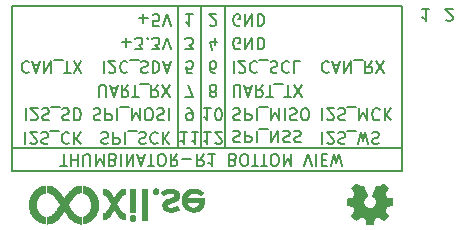
<source format=gbr>
G04 #@! TF.FileFunction,Legend,Bot*
%FSLAX46Y46*%
G04 Gerber Fmt 4.6, Leading zero omitted, Abs format (unit mm)*
G04 Created by KiCad (PCBNEW 4.0.2-stable) date 2016-10-02 16:05:12*
%MOMM*%
G01*
G04 APERTURE LIST*
%ADD10C,0.100000*%
%ADD11C,0.150000*%
%ADD12C,0.200000*%
%ADD13C,0.010000*%
G04 APERTURE END LIST*
D10*
D11*
X81059524Y-55642857D02*
X81011905Y-55595238D01*
X80869048Y-55547619D01*
X80773810Y-55547619D01*
X80630952Y-55595238D01*
X80535714Y-55690476D01*
X80488095Y-55785714D01*
X80440476Y-55976190D01*
X80440476Y-56119048D01*
X80488095Y-56309524D01*
X80535714Y-56404762D01*
X80630952Y-56500000D01*
X80773810Y-56547619D01*
X80869048Y-56547619D01*
X81011905Y-56500000D01*
X81059524Y-56452381D01*
X81440476Y-55833333D02*
X81916667Y-55833333D01*
X81345238Y-55547619D02*
X81678571Y-56547619D01*
X82011905Y-55547619D01*
X82345238Y-55547619D02*
X82345238Y-56547619D01*
X82916667Y-55547619D01*
X82916667Y-56547619D01*
X83154762Y-55452381D02*
X83916667Y-55452381D01*
X84726191Y-55547619D02*
X84392857Y-56023810D01*
X84154762Y-55547619D02*
X84154762Y-56547619D01*
X84535715Y-56547619D01*
X84630953Y-56500000D01*
X84678572Y-56452381D01*
X84726191Y-56357143D01*
X84726191Y-56214286D01*
X84678572Y-56119048D01*
X84630953Y-56071429D01*
X84535715Y-56023810D01*
X84154762Y-56023810D01*
X85059524Y-56547619D02*
X85726191Y-55547619D01*
X85726191Y-56547619D02*
X85059524Y-55547619D01*
X80488095Y-59547619D02*
X80488095Y-60547619D01*
X80916666Y-60452381D02*
X80964285Y-60500000D01*
X81059523Y-60547619D01*
X81297619Y-60547619D01*
X81392857Y-60500000D01*
X81440476Y-60452381D01*
X81488095Y-60357143D01*
X81488095Y-60261905D01*
X81440476Y-60119048D01*
X80869047Y-59547619D01*
X81488095Y-59547619D01*
X81869047Y-59595238D02*
X82011904Y-59547619D01*
X82250000Y-59547619D01*
X82345238Y-59595238D01*
X82392857Y-59642857D01*
X82440476Y-59738095D01*
X82440476Y-59833333D01*
X82392857Y-59928571D01*
X82345238Y-59976190D01*
X82250000Y-60023810D01*
X82059523Y-60071429D01*
X81964285Y-60119048D01*
X81916666Y-60166667D01*
X81869047Y-60261905D01*
X81869047Y-60357143D01*
X81916666Y-60452381D01*
X81964285Y-60500000D01*
X82059523Y-60547619D01*
X82297619Y-60547619D01*
X82440476Y-60500000D01*
X82630952Y-59452381D02*
X83392857Y-59452381D01*
X83630952Y-59547619D02*
X83630952Y-60547619D01*
X83964286Y-59833333D01*
X84297619Y-60547619D01*
X84297619Y-59547619D01*
X85345238Y-59642857D02*
X85297619Y-59595238D01*
X85154762Y-59547619D01*
X85059524Y-59547619D01*
X84916666Y-59595238D01*
X84821428Y-59690476D01*
X84773809Y-59785714D01*
X84726190Y-59976190D01*
X84726190Y-60119048D01*
X84773809Y-60309524D01*
X84821428Y-60404762D01*
X84916666Y-60500000D01*
X85059524Y-60547619D01*
X85154762Y-60547619D01*
X85297619Y-60500000D01*
X85345238Y-60452381D01*
X85773809Y-59547619D02*
X85773809Y-60547619D01*
X86345238Y-59547619D02*
X85916666Y-60119048D01*
X86345238Y-60547619D02*
X85773809Y-59976190D01*
X80488095Y-61547619D02*
X80488095Y-62547619D01*
X80916666Y-62452381D02*
X80964285Y-62500000D01*
X81059523Y-62547619D01*
X81297619Y-62547619D01*
X81392857Y-62500000D01*
X81440476Y-62452381D01*
X81488095Y-62357143D01*
X81488095Y-62261905D01*
X81440476Y-62119048D01*
X80869047Y-61547619D01*
X81488095Y-61547619D01*
X81869047Y-61595238D02*
X82011904Y-61547619D01*
X82250000Y-61547619D01*
X82345238Y-61595238D01*
X82392857Y-61642857D01*
X82440476Y-61738095D01*
X82440476Y-61833333D01*
X82392857Y-61928571D01*
X82345238Y-61976190D01*
X82250000Y-62023810D01*
X82059523Y-62071429D01*
X81964285Y-62119048D01*
X81916666Y-62166667D01*
X81869047Y-62261905D01*
X81869047Y-62357143D01*
X81916666Y-62452381D01*
X81964285Y-62500000D01*
X82059523Y-62547619D01*
X82297619Y-62547619D01*
X82440476Y-62500000D01*
X82630952Y-61452381D02*
X83392857Y-61452381D01*
X83535714Y-62547619D02*
X83773809Y-61547619D01*
X83964286Y-62261905D01*
X84154762Y-61547619D01*
X84392857Y-62547619D01*
X84726190Y-61595238D02*
X84869047Y-61547619D01*
X85107143Y-61547619D01*
X85202381Y-61595238D01*
X85250000Y-61642857D01*
X85297619Y-61738095D01*
X85297619Y-61833333D01*
X85250000Y-61928571D01*
X85202381Y-61976190D01*
X85107143Y-62023810D01*
X84916666Y-62071429D01*
X84821428Y-62119048D01*
X84773809Y-62166667D01*
X84726190Y-62261905D01*
X84726190Y-62357143D01*
X84773809Y-62452381D01*
X84821428Y-62500000D01*
X84916666Y-62547619D01*
X85154762Y-62547619D01*
X85297619Y-62500000D01*
X55678571Y-55642857D02*
X55630952Y-55595238D01*
X55488095Y-55547619D01*
X55392857Y-55547619D01*
X55249999Y-55595238D01*
X55154761Y-55690476D01*
X55107142Y-55785714D01*
X55059523Y-55976190D01*
X55059523Y-56119048D01*
X55107142Y-56309524D01*
X55154761Y-56404762D01*
X55249999Y-56500000D01*
X55392857Y-56547619D01*
X55488095Y-56547619D01*
X55630952Y-56500000D01*
X55678571Y-56452381D01*
X56059523Y-55833333D02*
X56535714Y-55833333D01*
X55964285Y-55547619D02*
X56297618Y-56547619D01*
X56630952Y-55547619D01*
X56964285Y-55547619D02*
X56964285Y-56547619D01*
X57535714Y-55547619D01*
X57535714Y-56547619D01*
X57773809Y-55452381D02*
X58535714Y-55452381D01*
X58630952Y-56547619D02*
X59202381Y-56547619D01*
X58916666Y-55547619D02*
X58916666Y-56547619D01*
X59440476Y-56547619D02*
X60107143Y-55547619D01*
X60107143Y-56547619D02*
X59440476Y-55547619D01*
X55392857Y-59547619D02*
X55392857Y-60547619D01*
X55821428Y-60452381D02*
X55869047Y-60500000D01*
X55964285Y-60547619D01*
X56202381Y-60547619D01*
X56297619Y-60500000D01*
X56345238Y-60452381D01*
X56392857Y-60357143D01*
X56392857Y-60261905D01*
X56345238Y-60119048D01*
X55773809Y-59547619D01*
X56392857Y-59547619D01*
X56773809Y-59595238D02*
X56916666Y-59547619D01*
X57154762Y-59547619D01*
X57250000Y-59595238D01*
X57297619Y-59642857D01*
X57345238Y-59738095D01*
X57345238Y-59833333D01*
X57297619Y-59928571D01*
X57250000Y-59976190D01*
X57154762Y-60023810D01*
X56964285Y-60071429D01*
X56869047Y-60119048D01*
X56821428Y-60166667D01*
X56773809Y-60261905D01*
X56773809Y-60357143D01*
X56821428Y-60452381D01*
X56869047Y-60500000D01*
X56964285Y-60547619D01*
X57202381Y-60547619D01*
X57345238Y-60500000D01*
X57535714Y-59452381D02*
X58297619Y-59452381D01*
X58488095Y-59595238D02*
X58630952Y-59547619D01*
X58869048Y-59547619D01*
X58964286Y-59595238D01*
X59011905Y-59642857D01*
X59059524Y-59738095D01*
X59059524Y-59833333D01*
X59011905Y-59928571D01*
X58964286Y-59976190D01*
X58869048Y-60023810D01*
X58678571Y-60071429D01*
X58583333Y-60119048D01*
X58535714Y-60166667D01*
X58488095Y-60261905D01*
X58488095Y-60357143D01*
X58535714Y-60452381D01*
X58583333Y-60500000D01*
X58678571Y-60547619D01*
X58916667Y-60547619D01*
X59059524Y-60500000D01*
X59488095Y-59547619D02*
X59488095Y-60547619D01*
X59726190Y-60547619D01*
X59869048Y-60500000D01*
X59964286Y-60404762D01*
X60011905Y-60309524D01*
X60059524Y-60119048D01*
X60059524Y-59976190D01*
X60011905Y-59785714D01*
X59964286Y-59690476D01*
X59869048Y-59595238D01*
X59726190Y-59547619D01*
X59488095Y-59547619D01*
X55345238Y-61547619D02*
X55345238Y-62547619D01*
X55773809Y-62452381D02*
X55821428Y-62500000D01*
X55916666Y-62547619D01*
X56154762Y-62547619D01*
X56250000Y-62500000D01*
X56297619Y-62452381D01*
X56345238Y-62357143D01*
X56345238Y-62261905D01*
X56297619Y-62119048D01*
X55726190Y-61547619D01*
X56345238Y-61547619D01*
X56726190Y-61595238D02*
X56869047Y-61547619D01*
X57107143Y-61547619D01*
X57202381Y-61595238D01*
X57250000Y-61642857D01*
X57297619Y-61738095D01*
X57297619Y-61833333D01*
X57250000Y-61928571D01*
X57202381Y-61976190D01*
X57107143Y-62023810D01*
X56916666Y-62071429D01*
X56821428Y-62119048D01*
X56773809Y-62166667D01*
X56726190Y-62261905D01*
X56726190Y-62357143D01*
X56773809Y-62452381D01*
X56821428Y-62500000D01*
X56916666Y-62547619D01*
X57154762Y-62547619D01*
X57297619Y-62500000D01*
X57488095Y-61452381D02*
X58250000Y-61452381D01*
X59059524Y-61642857D02*
X59011905Y-61595238D01*
X58869048Y-61547619D01*
X58773810Y-61547619D01*
X58630952Y-61595238D01*
X58535714Y-61690476D01*
X58488095Y-61785714D01*
X58440476Y-61976190D01*
X58440476Y-62119048D01*
X58488095Y-62309524D01*
X58535714Y-62404762D01*
X58630952Y-62500000D01*
X58773810Y-62547619D01*
X58869048Y-62547619D01*
X59011905Y-62500000D01*
X59059524Y-62452381D01*
X59488095Y-61547619D02*
X59488095Y-62547619D01*
X60059524Y-61547619D02*
X59630952Y-62119048D01*
X60059524Y-62547619D02*
X59488095Y-61976190D01*
X90964286Y-52026729D02*
X91011905Y-52074348D01*
X91107143Y-52121967D01*
X91345239Y-52121967D01*
X91440477Y-52074348D01*
X91488096Y-52026729D01*
X91535715Y-51931491D01*
X91535715Y-51836253D01*
X91488096Y-51693396D01*
X90916667Y-51121967D01*
X91535715Y-51121967D01*
X89535715Y-51121967D02*
X88964286Y-51121967D01*
X89250000Y-51121967D02*
X89250000Y-52121967D01*
X89154762Y-51979110D01*
X89059524Y-51883872D01*
X88964286Y-51836253D01*
X58321429Y-64421967D02*
X58892858Y-64421967D01*
X58607143Y-63421967D02*
X58607143Y-64421967D01*
X59226191Y-63421967D02*
X59226191Y-64421967D01*
X59226191Y-63945777D02*
X59797620Y-63945777D01*
X59797620Y-63421967D02*
X59797620Y-64421967D01*
X60273810Y-64421967D02*
X60273810Y-63612443D01*
X60321429Y-63517205D01*
X60369048Y-63469586D01*
X60464286Y-63421967D01*
X60654763Y-63421967D01*
X60750001Y-63469586D01*
X60797620Y-63517205D01*
X60845239Y-63612443D01*
X60845239Y-64421967D01*
X61321429Y-63421967D02*
X61321429Y-64421967D01*
X61654763Y-63707681D01*
X61988096Y-64421967D01*
X61988096Y-63421967D01*
X62797620Y-63945777D02*
X62940477Y-63898158D01*
X62988096Y-63850538D01*
X63035715Y-63755300D01*
X63035715Y-63612443D01*
X62988096Y-63517205D01*
X62940477Y-63469586D01*
X62845239Y-63421967D01*
X62464286Y-63421967D01*
X62464286Y-64421967D01*
X62797620Y-64421967D01*
X62892858Y-64374348D01*
X62940477Y-64326729D01*
X62988096Y-64231491D01*
X62988096Y-64136253D01*
X62940477Y-64041015D01*
X62892858Y-63993396D01*
X62797620Y-63945777D01*
X62464286Y-63945777D01*
X63464286Y-63421967D02*
X63464286Y-64421967D01*
X63940476Y-63421967D02*
X63940476Y-64421967D01*
X64511905Y-63421967D01*
X64511905Y-64421967D01*
X64940476Y-63707681D02*
X65416667Y-63707681D01*
X64845238Y-63421967D02*
X65178571Y-64421967D01*
X65511905Y-63421967D01*
X65702381Y-64421967D02*
X66273810Y-64421967D01*
X65988095Y-63421967D02*
X65988095Y-64421967D01*
X66797619Y-64421967D02*
X66988096Y-64421967D01*
X67083334Y-64374348D01*
X67178572Y-64279110D01*
X67226191Y-64088634D01*
X67226191Y-63755300D01*
X67178572Y-63564824D01*
X67083334Y-63469586D01*
X66988096Y-63421967D01*
X66797619Y-63421967D01*
X66702381Y-63469586D01*
X66607143Y-63564824D01*
X66559524Y-63755300D01*
X66559524Y-64088634D01*
X66607143Y-64279110D01*
X66702381Y-64374348D01*
X66797619Y-64421967D01*
X68226191Y-63421967D02*
X67892857Y-63898158D01*
X67654762Y-63421967D02*
X67654762Y-64421967D01*
X68035715Y-64421967D01*
X68130953Y-64374348D01*
X68178572Y-64326729D01*
X68226191Y-64231491D01*
X68226191Y-64088634D01*
X68178572Y-63993396D01*
X68130953Y-63945777D01*
X68035715Y-63898158D01*
X67654762Y-63898158D01*
X68654762Y-63802919D02*
X69416667Y-63802919D01*
X70464286Y-63421967D02*
X70130952Y-63898158D01*
X69892857Y-63421967D02*
X69892857Y-64421967D01*
X70273810Y-64421967D01*
X70369048Y-64374348D01*
X70416667Y-64326729D01*
X70464286Y-64231491D01*
X70464286Y-64088634D01*
X70416667Y-63993396D01*
X70369048Y-63945777D01*
X70273810Y-63898158D01*
X69892857Y-63898158D01*
X71416667Y-63421967D02*
X70845238Y-63421967D01*
X71130952Y-63421967D02*
X71130952Y-64421967D01*
X71035714Y-64279110D01*
X70940476Y-64183872D01*
X70845238Y-64136253D01*
X72940477Y-63945777D02*
X73083334Y-63898158D01*
X73130953Y-63850538D01*
X73178572Y-63755300D01*
X73178572Y-63612443D01*
X73130953Y-63517205D01*
X73083334Y-63469586D01*
X72988096Y-63421967D01*
X72607143Y-63421967D01*
X72607143Y-64421967D01*
X72940477Y-64421967D01*
X73035715Y-64374348D01*
X73083334Y-64326729D01*
X73130953Y-64231491D01*
X73130953Y-64136253D01*
X73083334Y-64041015D01*
X73035715Y-63993396D01*
X72940477Y-63945777D01*
X72607143Y-63945777D01*
X73797619Y-64421967D02*
X73988096Y-64421967D01*
X74083334Y-64374348D01*
X74178572Y-64279110D01*
X74226191Y-64088634D01*
X74226191Y-63755300D01*
X74178572Y-63564824D01*
X74083334Y-63469586D01*
X73988096Y-63421967D01*
X73797619Y-63421967D01*
X73702381Y-63469586D01*
X73607143Y-63564824D01*
X73559524Y-63755300D01*
X73559524Y-64088634D01*
X73607143Y-64279110D01*
X73702381Y-64374348D01*
X73797619Y-64421967D01*
X74511905Y-64421967D02*
X75083334Y-64421967D01*
X74797619Y-63421967D02*
X74797619Y-64421967D01*
X75273810Y-64421967D02*
X75845239Y-64421967D01*
X75559524Y-63421967D02*
X75559524Y-64421967D01*
X76369048Y-64421967D02*
X76559525Y-64421967D01*
X76654763Y-64374348D01*
X76750001Y-64279110D01*
X76797620Y-64088634D01*
X76797620Y-63755300D01*
X76750001Y-63564824D01*
X76654763Y-63469586D01*
X76559525Y-63421967D01*
X76369048Y-63421967D01*
X76273810Y-63469586D01*
X76178572Y-63564824D01*
X76130953Y-63755300D01*
X76130953Y-64088634D01*
X76178572Y-64279110D01*
X76273810Y-64374348D01*
X76369048Y-64421967D01*
X77226191Y-63421967D02*
X77226191Y-64421967D01*
X77559525Y-63707681D01*
X77892858Y-64421967D01*
X77892858Y-63421967D01*
X78988096Y-64421967D02*
X79321429Y-63421967D01*
X79654763Y-64421967D01*
X79988096Y-63421967D02*
X79988096Y-64421967D01*
X80464286Y-63945777D02*
X80797620Y-63945777D01*
X80940477Y-63421967D02*
X80464286Y-63421967D01*
X80464286Y-64421967D01*
X80940477Y-64421967D01*
X81273810Y-64421967D02*
X81511905Y-63421967D01*
X81702382Y-64136253D01*
X81892858Y-63421967D01*
X82130953Y-64421967D01*
D12*
X54250000Y-64874348D02*
X87250000Y-64874348D01*
X87250000Y-50874348D02*
X87250000Y-64874348D01*
X54250000Y-50874348D02*
X54250000Y-64874348D01*
X54250000Y-62874348D02*
X87250000Y-62874348D01*
X54250000Y-50874348D02*
X87250000Y-50874348D01*
D11*
X61797619Y-61595238D02*
X61940476Y-61547619D01*
X62178572Y-61547619D01*
X62273810Y-61595238D01*
X62321429Y-61642857D01*
X62369048Y-61738095D01*
X62369048Y-61833333D01*
X62321429Y-61928571D01*
X62273810Y-61976190D01*
X62178572Y-62023810D01*
X61988095Y-62071429D01*
X61892857Y-62119048D01*
X61845238Y-62166667D01*
X61797619Y-62261905D01*
X61797619Y-62357143D01*
X61845238Y-62452381D01*
X61892857Y-62500000D01*
X61988095Y-62547619D01*
X62226191Y-62547619D01*
X62369048Y-62500000D01*
X62797619Y-61547619D02*
X62797619Y-62547619D01*
X63178572Y-62547619D01*
X63273810Y-62500000D01*
X63321429Y-62452381D01*
X63369048Y-62357143D01*
X63369048Y-62214286D01*
X63321429Y-62119048D01*
X63273810Y-62071429D01*
X63178572Y-62023810D01*
X62797619Y-62023810D01*
X63797619Y-61547619D02*
X63797619Y-62547619D01*
X64035714Y-61452381D02*
X64797619Y-61452381D01*
X64988095Y-61595238D02*
X65130952Y-61547619D01*
X65369048Y-61547619D01*
X65464286Y-61595238D01*
X65511905Y-61642857D01*
X65559524Y-61738095D01*
X65559524Y-61833333D01*
X65511905Y-61928571D01*
X65464286Y-61976190D01*
X65369048Y-62023810D01*
X65178571Y-62071429D01*
X65083333Y-62119048D01*
X65035714Y-62166667D01*
X64988095Y-62261905D01*
X64988095Y-62357143D01*
X65035714Y-62452381D01*
X65083333Y-62500000D01*
X65178571Y-62547619D01*
X65416667Y-62547619D01*
X65559524Y-62500000D01*
X66559524Y-61642857D02*
X66511905Y-61595238D01*
X66369048Y-61547619D01*
X66273810Y-61547619D01*
X66130952Y-61595238D01*
X66035714Y-61690476D01*
X65988095Y-61785714D01*
X65940476Y-61976190D01*
X65940476Y-62119048D01*
X65988095Y-62309524D01*
X66035714Y-62404762D01*
X66130952Y-62500000D01*
X66273810Y-62547619D01*
X66369048Y-62547619D01*
X66511905Y-62500000D01*
X66559524Y-62452381D01*
X66988095Y-61547619D02*
X66988095Y-62547619D01*
X67559524Y-61547619D02*
X67130952Y-62119048D01*
X67559524Y-62547619D02*
X66988095Y-61976190D01*
X61130953Y-59595238D02*
X61273810Y-59547619D01*
X61511906Y-59547619D01*
X61607144Y-59595238D01*
X61654763Y-59642857D01*
X61702382Y-59738095D01*
X61702382Y-59833333D01*
X61654763Y-59928571D01*
X61607144Y-59976190D01*
X61511906Y-60023810D01*
X61321429Y-60071429D01*
X61226191Y-60119048D01*
X61178572Y-60166667D01*
X61130953Y-60261905D01*
X61130953Y-60357143D01*
X61178572Y-60452381D01*
X61226191Y-60500000D01*
X61321429Y-60547619D01*
X61559525Y-60547619D01*
X61702382Y-60500000D01*
X62130953Y-59547619D02*
X62130953Y-60547619D01*
X62511906Y-60547619D01*
X62607144Y-60500000D01*
X62654763Y-60452381D01*
X62702382Y-60357143D01*
X62702382Y-60214286D01*
X62654763Y-60119048D01*
X62607144Y-60071429D01*
X62511906Y-60023810D01*
X62130953Y-60023810D01*
X63130953Y-59547619D02*
X63130953Y-60547619D01*
X63369048Y-59452381D02*
X64130953Y-59452381D01*
X64369048Y-59547619D02*
X64369048Y-60547619D01*
X64702382Y-59833333D01*
X65035715Y-60547619D01*
X65035715Y-59547619D01*
X65702381Y-60547619D02*
X65892858Y-60547619D01*
X65988096Y-60500000D01*
X66083334Y-60404762D01*
X66130953Y-60214286D01*
X66130953Y-59880952D01*
X66083334Y-59690476D01*
X65988096Y-59595238D01*
X65892858Y-59547619D01*
X65702381Y-59547619D01*
X65607143Y-59595238D01*
X65511905Y-59690476D01*
X65464286Y-59880952D01*
X65464286Y-60214286D01*
X65511905Y-60404762D01*
X65607143Y-60500000D01*
X65702381Y-60547619D01*
X66511905Y-59595238D02*
X66654762Y-59547619D01*
X66892858Y-59547619D01*
X66988096Y-59595238D01*
X67035715Y-59642857D01*
X67083334Y-59738095D01*
X67083334Y-59833333D01*
X67035715Y-59928571D01*
X66988096Y-59976190D01*
X66892858Y-60023810D01*
X66702381Y-60071429D01*
X66607143Y-60119048D01*
X66559524Y-60166667D01*
X66511905Y-60261905D01*
X66511905Y-60357143D01*
X66559524Y-60452381D01*
X66607143Y-60500000D01*
X66702381Y-60547619D01*
X66940477Y-60547619D01*
X67083334Y-60500000D01*
X67511905Y-59547619D02*
X67511905Y-60547619D01*
X61607142Y-58547619D02*
X61607142Y-57738095D01*
X61654761Y-57642857D01*
X61702380Y-57595238D01*
X61797618Y-57547619D01*
X61988095Y-57547619D01*
X62083333Y-57595238D01*
X62130952Y-57642857D01*
X62178571Y-57738095D01*
X62178571Y-58547619D01*
X62607142Y-57833333D02*
X63083333Y-57833333D01*
X62511904Y-57547619D02*
X62845237Y-58547619D01*
X63178571Y-57547619D01*
X64083333Y-57547619D02*
X63749999Y-58023810D01*
X63511904Y-57547619D02*
X63511904Y-58547619D01*
X63892857Y-58547619D01*
X63988095Y-58500000D01*
X64035714Y-58452381D01*
X64083333Y-58357143D01*
X64083333Y-58214286D01*
X64035714Y-58119048D01*
X63988095Y-58071429D01*
X63892857Y-58023810D01*
X63511904Y-58023810D01*
X64369047Y-58547619D02*
X64940476Y-58547619D01*
X64654761Y-57547619D02*
X64654761Y-58547619D01*
X65035714Y-57452381D02*
X65797619Y-57452381D01*
X66607143Y-57547619D02*
X66273809Y-58023810D01*
X66035714Y-57547619D02*
X66035714Y-58547619D01*
X66416667Y-58547619D01*
X66511905Y-58500000D01*
X66559524Y-58452381D01*
X66607143Y-58357143D01*
X66607143Y-58214286D01*
X66559524Y-58119048D01*
X66511905Y-58071429D01*
X66416667Y-58023810D01*
X66035714Y-58023810D01*
X66940476Y-58547619D02*
X67607143Y-57547619D01*
X67607143Y-58547619D02*
X66940476Y-57547619D01*
X61988095Y-55547619D02*
X61988095Y-56547619D01*
X62416666Y-56452381D02*
X62464285Y-56500000D01*
X62559523Y-56547619D01*
X62797619Y-56547619D01*
X62892857Y-56500000D01*
X62940476Y-56452381D01*
X62988095Y-56357143D01*
X62988095Y-56261905D01*
X62940476Y-56119048D01*
X62369047Y-55547619D01*
X62988095Y-55547619D01*
X63988095Y-55642857D02*
X63940476Y-55595238D01*
X63797619Y-55547619D01*
X63702381Y-55547619D01*
X63559523Y-55595238D01*
X63464285Y-55690476D01*
X63416666Y-55785714D01*
X63369047Y-55976190D01*
X63369047Y-56119048D01*
X63416666Y-56309524D01*
X63464285Y-56404762D01*
X63559523Y-56500000D01*
X63702381Y-56547619D01*
X63797619Y-56547619D01*
X63940476Y-56500000D01*
X63988095Y-56452381D01*
X64178571Y-55452381D02*
X64940476Y-55452381D01*
X65130952Y-55595238D02*
X65273809Y-55547619D01*
X65511905Y-55547619D01*
X65607143Y-55595238D01*
X65654762Y-55642857D01*
X65702381Y-55738095D01*
X65702381Y-55833333D01*
X65654762Y-55928571D01*
X65607143Y-55976190D01*
X65511905Y-56023810D01*
X65321428Y-56071429D01*
X65226190Y-56119048D01*
X65178571Y-56166667D01*
X65130952Y-56261905D01*
X65130952Y-56357143D01*
X65178571Y-56452381D01*
X65226190Y-56500000D01*
X65321428Y-56547619D01*
X65559524Y-56547619D01*
X65702381Y-56500000D01*
X66130952Y-55547619D02*
X66130952Y-56547619D01*
X66369047Y-56547619D01*
X66511905Y-56500000D01*
X66607143Y-56404762D01*
X66654762Y-56309524D01*
X66702381Y-56119048D01*
X66702381Y-55976190D01*
X66654762Y-55785714D01*
X66607143Y-55690476D01*
X66511905Y-55595238D01*
X66369047Y-55547619D01*
X66130952Y-55547619D01*
X67083333Y-55833333D02*
X67559524Y-55833333D01*
X66988095Y-55547619D02*
X67321428Y-56547619D01*
X67654762Y-55547619D01*
X72940476Y-61469586D02*
X73083333Y-61421967D01*
X73321429Y-61421967D01*
X73416667Y-61469586D01*
X73464286Y-61517205D01*
X73511905Y-61612443D01*
X73511905Y-61707681D01*
X73464286Y-61802919D01*
X73416667Y-61850538D01*
X73321429Y-61898158D01*
X73130952Y-61945777D01*
X73035714Y-61993396D01*
X72988095Y-62041015D01*
X72940476Y-62136253D01*
X72940476Y-62231491D01*
X72988095Y-62326729D01*
X73035714Y-62374348D01*
X73130952Y-62421967D01*
X73369048Y-62421967D01*
X73511905Y-62374348D01*
X73940476Y-61421967D02*
X73940476Y-62421967D01*
X74321429Y-62421967D01*
X74416667Y-62374348D01*
X74464286Y-62326729D01*
X74511905Y-62231491D01*
X74511905Y-62088634D01*
X74464286Y-61993396D01*
X74416667Y-61945777D01*
X74321429Y-61898158D01*
X73940476Y-61898158D01*
X74940476Y-61421967D02*
X74940476Y-62421967D01*
X75178571Y-61326729D02*
X75940476Y-61326729D01*
X76178571Y-61421967D02*
X76178571Y-62421967D01*
X76750000Y-61421967D01*
X76750000Y-62421967D01*
X77178571Y-61469586D02*
X77321428Y-61421967D01*
X77559524Y-61421967D01*
X77654762Y-61469586D01*
X77702381Y-61517205D01*
X77750000Y-61612443D01*
X77750000Y-61707681D01*
X77702381Y-61802919D01*
X77654762Y-61850538D01*
X77559524Y-61898158D01*
X77369047Y-61945777D01*
X77273809Y-61993396D01*
X77226190Y-62041015D01*
X77178571Y-62136253D01*
X77178571Y-62231491D01*
X77226190Y-62326729D01*
X77273809Y-62374348D01*
X77369047Y-62421967D01*
X77607143Y-62421967D01*
X77750000Y-62374348D01*
X78130952Y-61469586D02*
X78273809Y-61421967D01*
X78511905Y-61421967D01*
X78607143Y-61469586D01*
X78654762Y-61517205D01*
X78702381Y-61612443D01*
X78702381Y-61707681D01*
X78654762Y-61802919D01*
X78607143Y-61850538D01*
X78511905Y-61898158D01*
X78321428Y-61945777D01*
X78226190Y-61993396D01*
X78178571Y-62041015D01*
X78130952Y-62136253D01*
X78130952Y-62231491D01*
X78178571Y-62326729D01*
X78226190Y-62374348D01*
X78321428Y-62421967D01*
X78559524Y-62421967D01*
X78702381Y-62374348D01*
X72940476Y-59595238D02*
X73083333Y-59547619D01*
X73321429Y-59547619D01*
X73416667Y-59595238D01*
X73464286Y-59642857D01*
X73511905Y-59738095D01*
X73511905Y-59833333D01*
X73464286Y-59928571D01*
X73416667Y-59976190D01*
X73321429Y-60023810D01*
X73130952Y-60071429D01*
X73035714Y-60119048D01*
X72988095Y-60166667D01*
X72940476Y-60261905D01*
X72940476Y-60357143D01*
X72988095Y-60452381D01*
X73035714Y-60500000D01*
X73130952Y-60547619D01*
X73369048Y-60547619D01*
X73511905Y-60500000D01*
X73940476Y-59547619D02*
X73940476Y-60547619D01*
X74321429Y-60547619D01*
X74416667Y-60500000D01*
X74464286Y-60452381D01*
X74511905Y-60357143D01*
X74511905Y-60214286D01*
X74464286Y-60119048D01*
X74416667Y-60071429D01*
X74321429Y-60023810D01*
X73940476Y-60023810D01*
X74940476Y-59547619D02*
X74940476Y-60547619D01*
X75178571Y-59452381D02*
X75940476Y-59452381D01*
X76178571Y-59547619D02*
X76178571Y-60547619D01*
X76511905Y-59833333D01*
X76845238Y-60547619D01*
X76845238Y-59547619D01*
X77321428Y-59547619D02*
X77321428Y-60547619D01*
X77749999Y-59595238D02*
X77892856Y-59547619D01*
X78130952Y-59547619D01*
X78226190Y-59595238D01*
X78273809Y-59642857D01*
X78321428Y-59738095D01*
X78321428Y-59833333D01*
X78273809Y-59928571D01*
X78226190Y-59976190D01*
X78130952Y-60023810D01*
X77940475Y-60071429D01*
X77845237Y-60119048D01*
X77797618Y-60166667D01*
X77749999Y-60261905D01*
X77749999Y-60357143D01*
X77797618Y-60452381D01*
X77845237Y-60500000D01*
X77940475Y-60547619D01*
X78178571Y-60547619D01*
X78321428Y-60500000D01*
X78940475Y-60547619D02*
X79130952Y-60547619D01*
X79226190Y-60500000D01*
X79321428Y-60404762D01*
X79369047Y-60214286D01*
X79369047Y-59880952D01*
X79321428Y-59690476D01*
X79226190Y-59595238D01*
X79130952Y-59547619D01*
X78940475Y-59547619D01*
X78845237Y-59595238D01*
X78749999Y-59690476D01*
X78702380Y-59880952D01*
X78702380Y-60214286D01*
X78749999Y-60404762D01*
X78845237Y-60500000D01*
X78940475Y-60547619D01*
X72988095Y-58547619D02*
X72988095Y-57738095D01*
X73035714Y-57642857D01*
X73083333Y-57595238D01*
X73178571Y-57547619D01*
X73369048Y-57547619D01*
X73464286Y-57595238D01*
X73511905Y-57642857D01*
X73559524Y-57738095D01*
X73559524Y-58547619D01*
X73988095Y-57833333D02*
X74464286Y-57833333D01*
X73892857Y-57547619D02*
X74226190Y-58547619D01*
X74559524Y-57547619D01*
X75464286Y-57547619D02*
X75130952Y-58023810D01*
X74892857Y-57547619D02*
X74892857Y-58547619D01*
X75273810Y-58547619D01*
X75369048Y-58500000D01*
X75416667Y-58452381D01*
X75464286Y-58357143D01*
X75464286Y-58214286D01*
X75416667Y-58119048D01*
X75369048Y-58071429D01*
X75273810Y-58023810D01*
X74892857Y-58023810D01*
X75750000Y-58547619D02*
X76321429Y-58547619D01*
X76035714Y-57547619D02*
X76035714Y-58547619D01*
X76416667Y-57452381D02*
X77178572Y-57452381D01*
X77273810Y-58547619D02*
X77845239Y-58547619D01*
X77559524Y-57547619D02*
X77559524Y-58547619D01*
X78083334Y-58547619D02*
X78750001Y-57547619D01*
X78750001Y-58547619D02*
X78083334Y-57547619D01*
X72988095Y-55547619D02*
X72988095Y-56547619D01*
X73416666Y-56452381D02*
X73464285Y-56500000D01*
X73559523Y-56547619D01*
X73797619Y-56547619D01*
X73892857Y-56500000D01*
X73940476Y-56452381D01*
X73988095Y-56357143D01*
X73988095Y-56261905D01*
X73940476Y-56119048D01*
X73369047Y-55547619D01*
X73988095Y-55547619D01*
X74988095Y-55642857D02*
X74940476Y-55595238D01*
X74797619Y-55547619D01*
X74702381Y-55547619D01*
X74559523Y-55595238D01*
X74464285Y-55690476D01*
X74416666Y-55785714D01*
X74369047Y-55976190D01*
X74369047Y-56119048D01*
X74416666Y-56309524D01*
X74464285Y-56404762D01*
X74559523Y-56500000D01*
X74702381Y-56547619D01*
X74797619Y-56547619D01*
X74940476Y-56500000D01*
X74988095Y-56452381D01*
X75178571Y-55452381D02*
X75940476Y-55452381D01*
X76130952Y-55595238D02*
X76273809Y-55547619D01*
X76511905Y-55547619D01*
X76607143Y-55595238D01*
X76654762Y-55642857D01*
X76702381Y-55738095D01*
X76702381Y-55833333D01*
X76654762Y-55928571D01*
X76607143Y-55976190D01*
X76511905Y-56023810D01*
X76321428Y-56071429D01*
X76226190Y-56119048D01*
X76178571Y-56166667D01*
X76130952Y-56261905D01*
X76130952Y-56357143D01*
X76178571Y-56452381D01*
X76226190Y-56500000D01*
X76321428Y-56547619D01*
X76559524Y-56547619D01*
X76702381Y-56500000D01*
X77702381Y-55642857D02*
X77654762Y-55595238D01*
X77511905Y-55547619D01*
X77416667Y-55547619D01*
X77273809Y-55595238D01*
X77178571Y-55690476D01*
X77130952Y-55785714D01*
X77083333Y-55976190D01*
X77083333Y-56119048D01*
X77130952Y-56309524D01*
X77178571Y-56404762D01*
X77273809Y-56500000D01*
X77416667Y-56547619D01*
X77511905Y-56547619D01*
X77654762Y-56500000D01*
X77702381Y-56452381D01*
X78607143Y-55547619D02*
X78130952Y-55547619D01*
X78130952Y-56547619D01*
X73511905Y-54500000D02*
X73416667Y-54547619D01*
X73273810Y-54547619D01*
X73130952Y-54500000D01*
X73035714Y-54404762D01*
X72988095Y-54309524D01*
X72940476Y-54119048D01*
X72940476Y-53976190D01*
X72988095Y-53785714D01*
X73035714Y-53690476D01*
X73130952Y-53595238D01*
X73273810Y-53547619D01*
X73369048Y-53547619D01*
X73511905Y-53595238D01*
X73559524Y-53642857D01*
X73559524Y-53976190D01*
X73369048Y-53976190D01*
X73988095Y-53547619D02*
X73988095Y-54547619D01*
X74559524Y-53547619D01*
X74559524Y-54547619D01*
X75035714Y-53547619D02*
X75035714Y-54547619D01*
X75273809Y-54547619D01*
X75416667Y-54500000D01*
X75511905Y-54404762D01*
X75559524Y-54309524D01*
X75607143Y-54119048D01*
X75607143Y-53976190D01*
X75559524Y-53785714D01*
X75511905Y-53690476D01*
X75416667Y-53595238D01*
X75273809Y-53547619D01*
X75035714Y-53547619D01*
X63511905Y-53928571D02*
X64273810Y-53928571D01*
X63892858Y-53547619D02*
X63892858Y-54309524D01*
X64654762Y-54547619D02*
X65273810Y-54547619D01*
X64940476Y-54166667D01*
X65083334Y-54166667D01*
X65178572Y-54119048D01*
X65226191Y-54071429D01*
X65273810Y-53976190D01*
X65273810Y-53738095D01*
X65226191Y-53642857D01*
X65178572Y-53595238D01*
X65083334Y-53547619D01*
X64797619Y-53547619D01*
X64702381Y-53595238D01*
X64654762Y-53642857D01*
X65702381Y-53642857D02*
X65750000Y-53595238D01*
X65702381Y-53547619D01*
X65654762Y-53595238D01*
X65702381Y-53642857D01*
X65702381Y-53547619D01*
X66083333Y-54547619D02*
X66702381Y-54547619D01*
X66369047Y-54166667D01*
X66511905Y-54166667D01*
X66607143Y-54119048D01*
X66654762Y-54071429D01*
X66702381Y-53976190D01*
X66702381Y-53738095D01*
X66654762Y-53642857D01*
X66607143Y-53595238D01*
X66511905Y-53547619D01*
X66226190Y-53547619D01*
X66130952Y-53595238D01*
X66083333Y-53642857D01*
X66988095Y-54547619D02*
X67321428Y-53547619D01*
X67654762Y-54547619D01*
X64940476Y-51928571D02*
X65702381Y-51928571D01*
X65321429Y-51547619D02*
X65321429Y-52309524D01*
X66654762Y-52547619D02*
X66178571Y-52547619D01*
X66130952Y-52071429D01*
X66178571Y-52119048D01*
X66273809Y-52166667D01*
X66511905Y-52166667D01*
X66607143Y-52119048D01*
X66654762Y-52071429D01*
X66702381Y-51976190D01*
X66702381Y-51738095D01*
X66654762Y-51642857D01*
X66607143Y-51595238D01*
X66511905Y-51547619D01*
X66273809Y-51547619D01*
X66178571Y-51595238D01*
X66130952Y-51642857D01*
X66988095Y-52547619D02*
X67321428Y-51547619D01*
X67654762Y-52547619D01*
X73511905Y-52500000D02*
X73416667Y-52547619D01*
X73273810Y-52547619D01*
X73130952Y-52500000D01*
X73035714Y-52404762D01*
X72988095Y-52309524D01*
X72940476Y-52119048D01*
X72940476Y-51976190D01*
X72988095Y-51785714D01*
X73035714Y-51690476D01*
X73130952Y-51595238D01*
X73273810Y-51547619D01*
X73369048Y-51547619D01*
X73511905Y-51595238D01*
X73559524Y-51642857D01*
X73559524Y-51976190D01*
X73369048Y-51976190D01*
X73988095Y-51547619D02*
X73988095Y-52547619D01*
X74559524Y-51547619D01*
X74559524Y-52547619D01*
X75035714Y-51547619D02*
X75035714Y-52547619D01*
X75273809Y-52547619D01*
X75416667Y-52500000D01*
X75511905Y-52404762D01*
X75559524Y-52309524D01*
X75607143Y-52119048D01*
X75607143Y-51976190D01*
X75559524Y-51785714D01*
X75511905Y-51690476D01*
X75416667Y-51595238D01*
X75273809Y-51547619D01*
X75035714Y-51547619D01*
X69059524Y-61547619D02*
X68488095Y-61547619D01*
X68773809Y-61547619D02*
X68773809Y-62547619D01*
X68678571Y-62404762D01*
X68583333Y-62309524D01*
X68488095Y-62261905D01*
X70011905Y-61547619D02*
X69440476Y-61547619D01*
X69726190Y-61547619D02*
X69726190Y-62547619D01*
X69630952Y-62404762D01*
X69535714Y-62309524D01*
X69440476Y-62261905D01*
X68916667Y-58547619D02*
X69583334Y-58547619D01*
X69154762Y-57547619D01*
X69059524Y-59547619D02*
X69250000Y-59547619D01*
X69345239Y-59595238D01*
X69392858Y-59642857D01*
X69488096Y-59785714D01*
X69535715Y-59976190D01*
X69535715Y-60357143D01*
X69488096Y-60452381D01*
X69440477Y-60500000D01*
X69345239Y-60547619D01*
X69154762Y-60547619D01*
X69059524Y-60500000D01*
X69011905Y-60452381D01*
X68964286Y-60357143D01*
X68964286Y-60119048D01*
X69011905Y-60023810D01*
X69059524Y-59976190D01*
X69154762Y-59928571D01*
X69345239Y-59928571D01*
X69440477Y-59976190D01*
X69488096Y-60023810D01*
X69535715Y-60119048D01*
X71059524Y-61547619D02*
X70488095Y-61547619D01*
X70773809Y-61547619D02*
X70773809Y-62547619D01*
X70678571Y-62404762D01*
X70583333Y-62309524D01*
X70488095Y-62261905D01*
X71440476Y-62452381D02*
X71488095Y-62500000D01*
X71583333Y-62547619D01*
X71821429Y-62547619D01*
X71916667Y-62500000D01*
X71964286Y-62452381D01*
X72011905Y-62357143D01*
X72011905Y-62261905D01*
X71964286Y-62119048D01*
X71392857Y-61547619D01*
X72011905Y-61547619D01*
X71440477Y-54214286D02*
X71440477Y-53547619D01*
X71202381Y-54595238D02*
X70964286Y-53880952D01*
X71583334Y-53880952D01*
X71440477Y-56547619D02*
X71250000Y-56547619D01*
X71154762Y-56500000D01*
X71107143Y-56452381D01*
X71011905Y-56309524D01*
X70964286Y-56119048D01*
X70964286Y-55738095D01*
X71011905Y-55642857D01*
X71059524Y-55595238D01*
X71154762Y-55547619D01*
X71345239Y-55547619D01*
X71440477Y-55595238D01*
X71488096Y-55642857D01*
X71535715Y-55738095D01*
X71535715Y-55976190D01*
X71488096Y-56071429D01*
X71440477Y-56119048D01*
X71345239Y-56166667D01*
X71154762Y-56166667D01*
X71059524Y-56119048D01*
X71011905Y-56071429D01*
X70964286Y-55976190D01*
D12*
X72250000Y-50948696D02*
X72250000Y-62889618D01*
X70250000Y-50948696D02*
X70250000Y-62889618D01*
D11*
X68916667Y-54547619D02*
X69535715Y-54547619D01*
X69202381Y-54166667D01*
X69345239Y-54166667D01*
X69440477Y-54119048D01*
X69488096Y-54071429D01*
X69535715Y-53976190D01*
X69535715Y-53738095D01*
X69488096Y-53642857D01*
X69440477Y-53595238D01*
X69345239Y-53547619D01*
X69059524Y-53547619D01*
X68964286Y-53595238D01*
X68916667Y-53642857D01*
X70964286Y-52452381D02*
X71011905Y-52500000D01*
X71107143Y-52547619D01*
X71345239Y-52547619D01*
X71440477Y-52500000D01*
X71488096Y-52452381D01*
X71535715Y-52357143D01*
X71535715Y-52261905D01*
X71488096Y-52119048D01*
X70916667Y-51547619D01*
X71535715Y-51547619D01*
X69535715Y-51547619D02*
X68964286Y-51547619D01*
X69250000Y-51547619D02*
X69250000Y-52547619D01*
X69154762Y-52404762D01*
X69059524Y-52309524D01*
X68964286Y-52261905D01*
X71154762Y-58119048D02*
X71059524Y-58166667D01*
X71011905Y-58214286D01*
X70964286Y-58309524D01*
X70964286Y-58357143D01*
X71011905Y-58452381D01*
X71059524Y-58500000D01*
X71154762Y-58547619D01*
X71345239Y-58547619D01*
X71440477Y-58500000D01*
X71488096Y-58452381D01*
X71535715Y-58357143D01*
X71535715Y-58309524D01*
X71488096Y-58214286D01*
X71440477Y-58166667D01*
X71345239Y-58119048D01*
X71154762Y-58119048D01*
X71059524Y-58071429D01*
X71011905Y-58023810D01*
X70964286Y-57928571D01*
X70964286Y-57738095D01*
X71011905Y-57642857D01*
X71059524Y-57595238D01*
X71154762Y-57547619D01*
X71345239Y-57547619D01*
X71440477Y-57595238D01*
X71488096Y-57642857D01*
X71535715Y-57738095D01*
X71535715Y-57928571D01*
X71488096Y-58023810D01*
X71440477Y-58071429D01*
X71345239Y-58119048D01*
X69488096Y-56547619D02*
X69011905Y-56547619D01*
X68964286Y-56071429D01*
X69011905Y-56119048D01*
X69107143Y-56166667D01*
X69345239Y-56166667D01*
X69440477Y-56119048D01*
X69488096Y-56071429D01*
X69535715Y-55976190D01*
X69535715Y-55738095D01*
X69488096Y-55642857D01*
X69440477Y-55595238D01*
X69345239Y-55547619D01*
X69107143Y-55547619D01*
X69011905Y-55595238D01*
X68964286Y-55642857D01*
D12*
X68250000Y-50948696D02*
X68250000Y-62889618D01*
D11*
X71059524Y-59547619D02*
X70488095Y-59547619D01*
X70773809Y-59547619D02*
X70773809Y-60547619D01*
X70678571Y-60404762D01*
X70583333Y-60309524D01*
X70488095Y-60261905D01*
X71678571Y-60547619D02*
X71773810Y-60547619D01*
X71869048Y-60500000D01*
X71916667Y-60452381D01*
X71964286Y-60357143D01*
X72011905Y-60166667D01*
X72011905Y-59928571D01*
X71964286Y-59738095D01*
X71916667Y-59642857D01*
X71869048Y-59595238D01*
X71773810Y-59547619D01*
X71678571Y-59547619D01*
X71583333Y-59595238D01*
X71535714Y-59642857D01*
X71488095Y-59738095D01*
X71440476Y-59928571D01*
X71440476Y-60166667D01*
X71488095Y-60357143D01*
X71535714Y-60452381D01*
X71583333Y-60500000D01*
X71678571Y-60547619D01*
D13*
G36*
X57271161Y-69287097D02*
X57363703Y-69278196D01*
X57452630Y-69262966D01*
X57538419Y-69241174D01*
X57621547Y-69212584D01*
X57702492Y-69176963D01*
X57781730Y-69134076D01*
X57859739Y-69083690D01*
X57936997Y-69025571D01*
X58013979Y-68959483D01*
X58091163Y-68885194D01*
X58092075Y-68884269D01*
X58137877Y-68836428D01*
X58183777Y-68785643D01*
X58230165Y-68731401D01*
X58277430Y-68673187D01*
X58325959Y-68610487D01*
X58376142Y-68542784D01*
X58428366Y-68469566D01*
X58483020Y-68390318D01*
X58540493Y-68304524D01*
X58601173Y-68211671D01*
X58609352Y-68199000D01*
X58620351Y-68182163D01*
X58629611Y-68168410D01*
X58636240Y-68159038D01*
X58639344Y-68155340D01*
X58639445Y-68155347D01*
X58641894Y-68159175D01*
X58648152Y-68169156D01*
X58657566Y-68184247D01*
X58669487Y-68203405D01*
X58683264Y-68225585D01*
X58690235Y-68236822D01*
X58730251Y-68300372D01*
X58771641Y-68364282D01*
X58813364Y-68427010D01*
X58854377Y-68487010D01*
X58893640Y-68542742D01*
X58930110Y-68592661D01*
X58933320Y-68596950D01*
X59010379Y-68695744D01*
X59087197Y-68786260D01*
X59164035Y-68868670D01*
X59241152Y-68943147D01*
X59318810Y-69009866D01*
X59397268Y-69068998D01*
X59476787Y-69120717D01*
X59557627Y-69165196D01*
X59640049Y-69202609D01*
X59724313Y-69233127D01*
X59810678Y-69256926D01*
X59899406Y-69274177D01*
X59964139Y-69282562D01*
X59986890Y-69284870D01*
X60007093Y-69286821D01*
X60023039Y-69288256D01*
X60033015Y-69289018D01*
X60035047Y-69289100D01*
X60036619Y-69288849D01*
X60037969Y-69287698D01*
X60039112Y-69285045D01*
X60040067Y-69280290D01*
X60040849Y-69272831D01*
X60041477Y-69262070D01*
X60041967Y-69247404D01*
X60042336Y-69228234D01*
X60042601Y-69203958D01*
X60042779Y-69173977D01*
X60042888Y-69137690D01*
X60042944Y-69094495D01*
X60042964Y-69043793D01*
X60042967Y-69009700D01*
X60042933Y-68961917D01*
X60042835Y-68916714D01*
X60042679Y-68874787D01*
X60042470Y-68836835D01*
X60042215Y-68803555D01*
X60041919Y-68775644D01*
X60041588Y-68753801D01*
X60041227Y-68738723D01*
X60040842Y-68731107D01*
X60040667Y-68730300D01*
X60027816Y-68729573D01*
X60008694Y-68727592D01*
X59985352Y-68724657D01*
X59959841Y-68721067D01*
X59934214Y-68717121D01*
X59910521Y-68713119D01*
X59890814Y-68709361D01*
X59879362Y-68706748D01*
X59812100Y-68685451D01*
X59745749Y-68656674D01*
X59680003Y-68620228D01*
X59614559Y-68575925D01*
X59549111Y-68523574D01*
X59483354Y-68462986D01*
X59477538Y-68457250D01*
X59421812Y-68399174D01*
X59364545Y-68334109D01*
X59306610Y-68263181D01*
X59248880Y-68187517D01*
X59192224Y-68108243D01*
X59137516Y-68026487D01*
X59107337Y-67978883D01*
X59094151Y-67957885D01*
X59077392Y-67931558D01*
X59058169Y-67901624D01*
X59037594Y-67869807D01*
X59016776Y-67837830D01*
X58998750Y-67810338D01*
X58981300Y-67783711D01*
X58965467Y-67759320D01*
X58951827Y-67738073D01*
X58940957Y-67720875D01*
X58933432Y-67708634D01*
X58929830Y-67702255D01*
X58929600Y-67701604D01*
X58931889Y-67696278D01*
X58938434Y-67684678D01*
X58948749Y-67667548D01*
X58962350Y-67645631D01*
X58978752Y-67619667D01*
X58997470Y-67590401D01*
X59018019Y-67558575D01*
X59039914Y-67524931D01*
X59062671Y-67490211D01*
X59085804Y-67455158D01*
X59108829Y-67420514D01*
X59131261Y-67387023D01*
X59152614Y-67355426D01*
X59172405Y-67326465D01*
X59190148Y-67300884D01*
X59204670Y-67280383D01*
X59269311Y-67192543D01*
X59331510Y-67112437D01*
X59391551Y-67039781D01*
X59449718Y-66974292D01*
X59506293Y-66915689D01*
X59561559Y-66863687D01*
X59615799Y-66818004D01*
X59669296Y-66778357D01*
X59722334Y-66744464D01*
X59763325Y-66721961D01*
X59825536Y-66693634D01*
X59887573Y-66672553D01*
X59951992Y-66657950D01*
X59997458Y-66651440D01*
X60042967Y-66646268D01*
X60042967Y-66076000D01*
X60024975Y-66076149D01*
X60013874Y-66076500D01*
X59996610Y-66077348D01*
X59975465Y-66078570D01*
X59952720Y-66080043D01*
X59950689Y-66080182D01*
X59861104Y-66090053D01*
X59773499Y-66107242D01*
X59687647Y-66131874D01*
X59603320Y-66164071D01*
X59520290Y-66203957D01*
X59438331Y-66251657D01*
X59357214Y-66307295D01*
X59276713Y-66370993D01*
X59196599Y-66442877D01*
X59116646Y-66523069D01*
X59095299Y-66545900D01*
X59038917Y-66608995D01*
X58981679Y-66677098D01*
X58923269Y-66750638D01*
X58863368Y-66830043D01*
X58801659Y-66915741D01*
X58737825Y-67008162D01*
X58671548Y-67107734D01*
X58617871Y-67190768D01*
X58604805Y-67211220D01*
X58554738Y-67133618D01*
X58524025Y-67086282D01*
X58492302Y-67037887D01*
X58460390Y-66989657D01*
X58429111Y-66942818D01*
X58399285Y-66898595D01*
X58371733Y-66858213D01*
X58347277Y-66822898D01*
X58332130Y-66801414D01*
X58258279Y-66701425D01*
X58184887Y-66609673D01*
X58111672Y-66525961D01*
X58038350Y-66450094D01*
X57964635Y-66381873D01*
X57890245Y-66321102D01*
X57814896Y-66267585D01*
X57738304Y-66221124D01*
X57660184Y-66181523D01*
X57580253Y-66148585D01*
X57498228Y-66122114D01*
X57413823Y-66101912D01*
X57326756Y-66087783D01*
X57297650Y-66084447D01*
X57277605Y-66082298D01*
X57258942Y-66080162D01*
X57244451Y-66078364D01*
X57239441Y-66077664D01*
X57223566Y-66075256D01*
X57223566Y-66646119D01*
X57270060Y-66651162D01*
X57328144Y-66660335D01*
X57385502Y-66675290D01*
X57442375Y-66696226D01*
X57499007Y-66723342D01*
X57555640Y-66756837D01*
X57612518Y-66796910D01*
X57669882Y-66843759D01*
X57727975Y-66897583D01*
X57787041Y-66958580D01*
X57847322Y-67026951D01*
X57909060Y-67102894D01*
X57972499Y-67186606D01*
X58037880Y-67278289D01*
X58040799Y-67282500D01*
X58051636Y-67298348D01*
X58066388Y-67320216D01*
X58084344Y-67347034D01*
X58104792Y-67377733D01*
X58127019Y-67411241D01*
X58150315Y-67446489D01*
X58173967Y-67482407D01*
X58186989Y-67502243D01*
X58293609Y-67664836D01*
X58271361Y-67701526D01*
X58201806Y-67814367D01*
X58134770Y-67919299D01*
X58070151Y-68016462D01*
X58007843Y-68105998D01*
X57947741Y-68188046D01*
X57889743Y-68262747D01*
X57833742Y-68330242D01*
X57779636Y-68390671D01*
X57727319Y-68444175D01*
X57702932Y-68467327D01*
X57637836Y-68524455D01*
X57574305Y-68573804D01*
X57511669Y-68615764D01*
X57449255Y-68650720D01*
X57386390Y-68679061D01*
X57322404Y-68701174D01*
X57276606Y-68713151D01*
X57225683Y-68724796D01*
X57224595Y-69007413D01*
X57223506Y-69290029D01*
X57271161Y-69287097D01*
X57271161Y-69287097D01*
G37*
X57271161Y-69287097D02*
X57363703Y-69278196D01*
X57452630Y-69262966D01*
X57538419Y-69241174D01*
X57621547Y-69212584D01*
X57702492Y-69176963D01*
X57781730Y-69134076D01*
X57859739Y-69083690D01*
X57936997Y-69025571D01*
X58013979Y-68959483D01*
X58091163Y-68885194D01*
X58092075Y-68884269D01*
X58137877Y-68836428D01*
X58183777Y-68785643D01*
X58230165Y-68731401D01*
X58277430Y-68673187D01*
X58325959Y-68610487D01*
X58376142Y-68542784D01*
X58428366Y-68469566D01*
X58483020Y-68390318D01*
X58540493Y-68304524D01*
X58601173Y-68211671D01*
X58609352Y-68199000D01*
X58620351Y-68182163D01*
X58629611Y-68168410D01*
X58636240Y-68159038D01*
X58639344Y-68155340D01*
X58639445Y-68155347D01*
X58641894Y-68159175D01*
X58648152Y-68169156D01*
X58657566Y-68184247D01*
X58669487Y-68203405D01*
X58683264Y-68225585D01*
X58690235Y-68236822D01*
X58730251Y-68300372D01*
X58771641Y-68364282D01*
X58813364Y-68427010D01*
X58854377Y-68487010D01*
X58893640Y-68542742D01*
X58930110Y-68592661D01*
X58933320Y-68596950D01*
X59010379Y-68695744D01*
X59087197Y-68786260D01*
X59164035Y-68868670D01*
X59241152Y-68943147D01*
X59318810Y-69009866D01*
X59397268Y-69068998D01*
X59476787Y-69120717D01*
X59557627Y-69165196D01*
X59640049Y-69202609D01*
X59724313Y-69233127D01*
X59810678Y-69256926D01*
X59899406Y-69274177D01*
X59964139Y-69282562D01*
X59986890Y-69284870D01*
X60007093Y-69286821D01*
X60023039Y-69288256D01*
X60033015Y-69289018D01*
X60035047Y-69289100D01*
X60036619Y-69288849D01*
X60037969Y-69287698D01*
X60039112Y-69285045D01*
X60040067Y-69280290D01*
X60040849Y-69272831D01*
X60041477Y-69262070D01*
X60041967Y-69247404D01*
X60042336Y-69228234D01*
X60042601Y-69203958D01*
X60042779Y-69173977D01*
X60042888Y-69137690D01*
X60042944Y-69094495D01*
X60042964Y-69043793D01*
X60042967Y-69009700D01*
X60042933Y-68961917D01*
X60042835Y-68916714D01*
X60042679Y-68874787D01*
X60042470Y-68836835D01*
X60042215Y-68803555D01*
X60041919Y-68775644D01*
X60041588Y-68753801D01*
X60041227Y-68738723D01*
X60040842Y-68731107D01*
X60040667Y-68730300D01*
X60027816Y-68729573D01*
X60008694Y-68727592D01*
X59985352Y-68724657D01*
X59959841Y-68721067D01*
X59934214Y-68717121D01*
X59910521Y-68713119D01*
X59890814Y-68709361D01*
X59879362Y-68706748D01*
X59812100Y-68685451D01*
X59745749Y-68656674D01*
X59680003Y-68620228D01*
X59614559Y-68575925D01*
X59549111Y-68523574D01*
X59483354Y-68462986D01*
X59477538Y-68457250D01*
X59421812Y-68399174D01*
X59364545Y-68334109D01*
X59306610Y-68263181D01*
X59248880Y-68187517D01*
X59192224Y-68108243D01*
X59137516Y-68026487D01*
X59107337Y-67978883D01*
X59094151Y-67957885D01*
X59077392Y-67931558D01*
X59058169Y-67901624D01*
X59037594Y-67869807D01*
X59016776Y-67837830D01*
X58998750Y-67810338D01*
X58981300Y-67783711D01*
X58965467Y-67759320D01*
X58951827Y-67738073D01*
X58940957Y-67720875D01*
X58933432Y-67708634D01*
X58929830Y-67702255D01*
X58929600Y-67701604D01*
X58931889Y-67696278D01*
X58938434Y-67684678D01*
X58948749Y-67667548D01*
X58962350Y-67645631D01*
X58978752Y-67619667D01*
X58997470Y-67590401D01*
X59018019Y-67558575D01*
X59039914Y-67524931D01*
X59062671Y-67490211D01*
X59085804Y-67455158D01*
X59108829Y-67420514D01*
X59131261Y-67387023D01*
X59152614Y-67355426D01*
X59172405Y-67326465D01*
X59190148Y-67300884D01*
X59204670Y-67280383D01*
X59269311Y-67192543D01*
X59331510Y-67112437D01*
X59391551Y-67039781D01*
X59449718Y-66974292D01*
X59506293Y-66915689D01*
X59561559Y-66863687D01*
X59615799Y-66818004D01*
X59669296Y-66778357D01*
X59722334Y-66744464D01*
X59763325Y-66721961D01*
X59825536Y-66693634D01*
X59887573Y-66672553D01*
X59951992Y-66657950D01*
X59997458Y-66651440D01*
X60042967Y-66646268D01*
X60042967Y-66076000D01*
X60024975Y-66076149D01*
X60013874Y-66076500D01*
X59996610Y-66077348D01*
X59975465Y-66078570D01*
X59952720Y-66080043D01*
X59950689Y-66080182D01*
X59861104Y-66090053D01*
X59773499Y-66107242D01*
X59687647Y-66131874D01*
X59603320Y-66164071D01*
X59520290Y-66203957D01*
X59438331Y-66251657D01*
X59357214Y-66307295D01*
X59276713Y-66370993D01*
X59196599Y-66442877D01*
X59116646Y-66523069D01*
X59095299Y-66545900D01*
X59038917Y-66608995D01*
X58981679Y-66677098D01*
X58923269Y-66750638D01*
X58863368Y-66830043D01*
X58801659Y-66915741D01*
X58737825Y-67008162D01*
X58671548Y-67107734D01*
X58617871Y-67190768D01*
X58604805Y-67211220D01*
X58554738Y-67133618D01*
X58524025Y-67086282D01*
X58492302Y-67037887D01*
X58460390Y-66989657D01*
X58429111Y-66942818D01*
X58399285Y-66898595D01*
X58371733Y-66858213D01*
X58347277Y-66822898D01*
X58332130Y-66801414D01*
X58258279Y-66701425D01*
X58184887Y-66609673D01*
X58111672Y-66525961D01*
X58038350Y-66450094D01*
X57964635Y-66381873D01*
X57890245Y-66321102D01*
X57814896Y-66267585D01*
X57738304Y-66221124D01*
X57660184Y-66181523D01*
X57580253Y-66148585D01*
X57498228Y-66122114D01*
X57413823Y-66101912D01*
X57326756Y-66087783D01*
X57297650Y-66084447D01*
X57277605Y-66082298D01*
X57258942Y-66080162D01*
X57244451Y-66078364D01*
X57239441Y-66077664D01*
X57223566Y-66075256D01*
X57223566Y-66646119D01*
X57270060Y-66651162D01*
X57328144Y-66660335D01*
X57385502Y-66675290D01*
X57442375Y-66696226D01*
X57499007Y-66723342D01*
X57555640Y-66756837D01*
X57612518Y-66796910D01*
X57669882Y-66843759D01*
X57727975Y-66897583D01*
X57787041Y-66958580D01*
X57847322Y-67026951D01*
X57909060Y-67102894D01*
X57972499Y-67186606D01*
X58037880Y-67278289D01*
X58040799Y-67282500D01*
X58051636Y-67298348D01*
X58066388Y-67320216D01*
X58084344Y-67347034D01*
X58104792Y-67377733D01*
X58127019Y-67411241D01*
X58150315Y-67446489D01*
X58173967Y-67482407D01*
X58186989Y-67502243D01*
X58293609Y-67664836D01*
X58271361Y-67701526D01*
X58201806Y-67814367D01*
X58134770Y-67919299D01*
X58070151Y-68016462D01*
X58007843Y-68105998D01*
X57947741Y-68188046D01*
X57889743Y-68262747D01*
X57833742Y-68330242D01*
X57779636Y-68390671D01*
X57727319Y-68444175D01*
X57702932Y-68467327D01*
X57637836Y-68524455D01*
X57574305Y-68573804D01*
X57511669Y-68615764D01*
X57449255Y-68650720D01*
X57386390Y-68679061D01*
X57322404Y-68701174D01*
X57276606Y-68713151D01*
X57225683Y-68724796D01*
X57224595Y-69007413D01*
X57223506Y-69290029D01*
X57271161Y-69287097D01*
G36*
X57001769Y-69271793D02*
X57003035Y-69270316D01*
X57004099Y-69267119D01*
X57004976Y-69261601D01*
X57005679Y-69253165D01*
X57006223Y-69241208D01*
X57006620Y-69225132D01*
X57006884Y-69204337D01*
X57007029Y-69178222D01*
X57007069Y-69146189D01*
X57007018Y-69107638D01*
X57006888Y-69061967D01*
X57006695Y-69008579D01*
X57006639Y-68994103D01*
X57005550Y-68716039D01*
X56950517Y-68702333D01*
X56868787Y-68677805D01*
X56791491Y-68646105D01*
X56718801Y-68607374D01*
X56650890Y-68561755D01*
X56587927Y-68509391D01*
X56530086Y-68450424D01*
X56477537Y-68384996D01*
X56430453Y-68313250D01*
X56389859Y-68237116D01*
X56362758Y-68175195D01*
X56339305Y-68109942D01*
X56319197Y-68040260D01*
X56302131Y-67965053D01*
X56287804Y-67883221D01*
X56282961Y-67849766D01*
X56280863Y-67828832D01*
X56279233Y-67801076D01*
X56278062Y-67768006D01*
X56277345Y-67731131D01*
X56277072Y-67691959D01*
X56277238Y-67651999D01*
X56277834Y-67612759D01*
X56278854Y-67575748D01*
X56280290Y-67542474D01*
X56282135Y-67514446D01*
X56284382Y-67493172D01*
X56284701Y-67490997D01*
X56303038Y-67394145D01*
X56327584Y-67302976D01*
X56358410Y-67217339D01*
X56395588Y-67137085D01*
X56439189Y-67062063D01*
X56489285Y-66992123D01*
X56545947Y-66927115D01*
X56560796Y-66911966D01*
X56623447Y-66854776D01*
X56689292Y-66805168D01*
X56758982Y-66762763D01*
X56833169Y-66727183D01*
X56912505Y-66698047D01*
X56945196Y-66688289D01*
X57007609Y-66670783D01*
X57007638Y-66377625D01*
X57007598Y-66328665D01*
X57007474Y-66282277D01*
X57007272Y-66239141D01*
X57007000Y-66199937D01*
X57006666Y-66165345D01*
X57006277Y-66136045D01*
X57005839Y-66112716D01*
X57005361Y-66096039D01*
X57004850Y-66086692D01*
X57004492Y-66084870D01*
X56999457Y-66085708D01*
X56987534Y-66087772D01*
X56970168Y-66090811D01*
X56948807Y-66094570D01*
X56931467Y-66097633D01*
X56823323Y-66120396D01*
X56720058Y-66149667D01*
X56620749Y-66185786D01*
X56524474Y-66229093D01*
X56430312Y-66279929D01*
X56419007Y-66286613D01*
X56346039Y-66333010D01*
X56277220Y-66382865D01*
X56210704Y-66437630D01*
X56144647Y-66498759D01*
X56125017Y-66518181D01*
X56048083Y-66601342D01*
X55977547Y-66689897D01*
X55913593Y-66783491D01*
X55856404Y-66881769D01*
X55806163Y-66984376D01*
X55763053Y-67090955D01*
X55727257Y-67201153D01*
X55698959Y-67314613D01*
X55689393Y-67362933D01*
X55673532Y-67470440D01*
X55664427Y-67581650D01*
X55662024Y-67695236D01*
X55666272Y-67809872D01*
X55677115Y-67924229D01*
X55694502Y-68036981D01*
X55718377Y-68146800D01*
X55721438Y-68158800D01*
X55753828Y-68267485D01*
X55793551Y-68372091D01*
X55840389Y-68472373D01*
X55894127Y-68568085D01*
X55954548Y-68658983D01*
X56021436Y-68744822D01*
X56094573Y-68825356D01*
X56173743Y-68900340D01*
X56258730Y-68969529D01*
X56349318Y-69032678D01*
X56445289Y-69089542D01*
X56546428Y-69139875D01*
X56612974Y-69168231D01*
X56673359Y-69190891D01*
X56736793Y-69212039D01*
X56799054Y-69230298D01*
X56821311Y-69236138D01*
X56838899Y-69240364D01*
X56860721Y-69245270D01*
X56885210Y-69250539D01*
X56910798Y-69255858D01*
X56935918Y-69260910D01*
X56959003Y-69265381D01*
X56978487Y-69268954D01*
X56992801Y-69271315D01*
X57000289Y-69272149D01*
X57001769Y-69271793D01*
X57001769Y-69271793D01*
G37*
X57001769Y-69271793D02*
X57003035Y-69270316D01*
X57004099Y-69267119D01*
X57004976Y-69261601D01*
X57005679Y-69253165D01*
X57006223Y-69241208D01*
X57006620Y-69225132D01*
X57006884Y-69204337D01*
X57007029Y-69178222D01*
X57007069Y-69146189D01*
X57007018Y-69107638D01*
X57006888Y-69061967D01*
X57006695Y-69008579D01*
X57006639Y-68994103D01*
X57005550Y-68716039D01*
X56950517Y-68702333D01*
X56868787Y-68677805D01*
X56791491Y-68646105D01*
X56718801Y-68607374D01*
X56650890Y-68561755D01*
X56587927Y-68509391D01*
X56530086Y-68450424D01*
X56477537Y-68384996D01*
X56430453Y-68313250D01*
X56389859Y-68237116D01*
X56362758Y-68175195D01*
X56339305Y-68109942D01*
X56319197Y-68040260D01*
X56302131Y-67965053D01*
X56287804Y-67883221D01*
X56282961Y-67849766D01*
X56280863Y-67828832D01*
X56279233Y-67801076D01*
X56278062Y-67768006D01*
X56277345Y-67731131D01*
X56277072Y-67691959D01*
X56277238Y-67651999D01*
X56277834Y-67612759D01*
X56278854Y-67575748D01*
X56280290Y-67542474D01*
X56282135Y-67514446D01*
X56284382Y-67493172D01*
X56284701Y-67490997D01*
X56303038Y-67394145D01*
X56327584Y-67302976D01*
X56358410Y-67217339D01*
X56395588Y-67137085D01*
X56439189Y-67062063D01*
X56489285Y-66992123D01*
X56545947Y-66927115D01*
X56560796Y-66911966D01*
X56623447Y-66854776D01*
X56689292Y-66805168D01*
X56758982Y-66762763D01*
X56833169Y-66727183D01*
X56912505Y-66698047D01*
X56945196Y-66688289D01*
X57007609Y-66670783D01*
X57007638Y-66377625D01*
X57007598Y-66328665D01*
X57007474Y-66282277D01*
X57007272Y-66239141D01*
X57007000Y-66199937D01*
X57006666Y-66165345D01*
X57006277Y-66136045D01*
X57005839Y-66112716D01*
X57005361Y-66096039D01*
X57004850Y-66086692D01*
X57004492Y-66084870D01*
X56999457Y-66085708D01*
X56987534Y-66087772D01*
X56970168Y-66090811D01*
X56948807Y-66094570D01*
X56931467Y-66097633D01*
X56823323Y-66120396D01*
X56720058Y-66149667D01*
X56620749Y-66185786D01*
X56524474Y-66229093D01*
X56430312Y-66279929D01*
X56419007Y-66286613D01*
X56346039Y-66333010D01*
X56277220Y-66382865D01*
X56210704Y-66437630D01*
X56144647Y-66498759D01*
X56125017Y-66518181D01*
X56048083Y-66601342D01*
X55977547Y-66689897D01*
X55913593Y-66783491D01*
X55856404Y-66881769D01*
X55806163Y-66984376D01*
X55763053Y-67090955D01*
X55727257Y-67201153D01*
X55698959Y-67314613D01*
X55689393Y-67362933D01*
X55673532Y-67470440D01*
X55664427Y-67581650D01*
X55662024Y-67695236D01*
X55666272Y-67809872D01*
X55677115Y-67924229D01*
X55694502Y-68036981D01*
X55718377Y-68146800D01*
X55721438Y-68158800D01*
X55753828Y-68267485D01*
X55793551Y-68372091D01*
X55840389Y-68472373D01*
X55894127Y-68568085D01*
X55954548Y-68658983D01*
X56021436Y-68744822D01*
X56094573Y-68825356D01*
X56173743Y-68900340D01*
X56258730Y-68969529D01*
X56349318Y-69032678D01*
X56445289Y-69089542D01*
X56546428Y-69139875D01*
X56612974Y-69168231D01*
X56673359Y-69190891D01*
X56736793Y-69212039D01*
X56799054Y-69230298D01*
X56821311Y-69236138D01*
X56838899Y-69240364D01*
X56860721Y-69245270D01*
X56885210Y-69250539D01*
X56910798Y-69255858D01*
X56935918Y-69260910D01*
X56959003Y-69265381D01*
X56978487Y-69268954D01*
X56992801Y-69271315D01*
X57000289Y-69272149D01*
X57001769Y-69271793D01*
G36*
X60271999Y-69275444D02*
X60288074Y-69272795D01*
X60309331Y-69268779D01*
X60334249Y-69263724D01*
X60361310Y-69257958D01*
X60388992Y-69251806D01*
X60415775Y-69245598D01*
X60440141Y-69239660D01*
X60460568Y-69234318D01*
X60468417Y-69232095D01*
X60572575Y-69197238D01*
X60672522Y-69155050D01*
X60768151Y-69105607D01*
X60859357Y-69048982D01*
X60946032Y-68985250D01*
X61028071Y-68914485D01*
X61105368Y-68836761D01*
X61177816Y-68752154D01*
X61206698Y-68714684D01*
X61269851Y-68623115D01*
X61326219Y-68526570D01*
X61375732Y-68425230D01*
X61418321Y-68319277D01*
X61453914Y-68208894D01*
X61482442Y-68094261D01*
X61503834Y-67975561D01*
X61509982Y-67930200D01*
X61512650Y-67903236D01*
X61514942Y-67869469D01*
X61516831Y-67830553D01*
X61518287Y-67788145D01*
X61519281Y-67743900D01*
X61519786Y-67699475D01*
X61519772Y-67656524D01*
X61519212Y-67616703D01*
X61518076Y-67581669D01*
X61516466Y-67554693D01*
X61502893Y-67431632D01*
X61482051Y-67312418D01*
X61454008Y-67197202D01*
X61418829Y-67086137D01*
X61376582Y-66979374D01*
X61327335Y-66877067D01*
X61271153Y-66779368D01*
X61208103Y-66686428D01*
X61138253Y-66598400D01*
X61061670Y-66515436D01*
X61058621Y-66512379D01*
X60979000Y-66438518D01*
X60893971Y-66370578D01*
X60804243Y-66308980D01*
X60710524Y-66254145D01*
X60613524Y-66206496D01*
X60513952Y-66166453D01*
X60432433Y-66140038D01*
X60418163Y-66136093D01*
X60399127Y-66131096D01*
X60376833Y-66125415D01*
X60352789Y-66119416D01*
X60328506Y-66113467D01*
X60305490Y-66107937D01*
X60285251Y-66103191D01*
X60269296Y-66099599D01*
X60259136Y-66097527D01*
X60256457Y-66097166D01*
X60256156Y-66101285D01*
X60255900Y-66113184D01*
X60255693Y-66132175D01*
X60255535Y-66157572D01*
X60255430Y-66188688D01*
X60255378Y-66224836D01*
X60255381Y-66265330D01*
X60255442Y-66309481D01*
X60255563Y-66356604D01*
X60255662Y-66385362D01*
X60256750Y-66673557D01*
X60305859Y-66689802D01*
X60380195Y-66718805D01*
X60450897Y-66755304D01*
X60517661Y-66799015D01*
X60580185Y-66849651D01*
X60638166Y-66906926D01*
X60691302Y-66970554D01*
X60739289Y-67040248D01*
X60781826Y-67115723D01*
X60802716Y-67159435D01*
X60838929Y-67250242D01*
X60867730Y-67344836D01*
X60889063Y-67442809D01*
X60902869Y-67543754D01*
X60909092Y-67647264D01*
X60907674Y-67752929D01*
X60899791Y-67849766D01*
X60885227Y-67947794D01*
X60864344Y-68041093D01*
X60837287Y-68129458D01*
X60804202Y-68212683D01*
X60765235Y-68290561D01*
X60720532Y-68362887D01*
X60670239Y-68429455D01*
X60614503Y-68490058D01*
X60553469Y-68544491D01*
X60487282Y-68592548D01*
X60416091Y-68634023D01*
X60340039Y-68668709D01*
X60311783Y-68679393D01*
X60256750Y-68699122D01*
X60255662Y-68987761D01*
X60255455Y-69044192D01*
X60255301Y-69092748D01*
X60255214Y-69134020D01*
X60255208Y-69168599D01*
X60255297Y-69197077D01*
X60255495Y-69220046D01*
X60255818Y-69238096D01*
X60256279Y-69251818D01*
X60256892Y-69261805D01*
X60257672Y-69268647D01*
X60258633Y-69272937D01*
X60259789Y-69275264D01*
X60261155Y-69276221D01*
X60262626Y-69276400D01*
X60271999Y-69275444D01*
X60271999Y-69275444D01*
G37*
X60271999Y-69275444D02*
X60288074Y-69272795D01*
X60309331Y-69268779D01*
X60334249Y-69263724D01*
X60361310Y-69257958D01*
X60388992Y-69251806D01*
X60415775Y-69245598D01*
X60440141Y-69239660D01*
X60460568Y-69234318D01*
X60468417Y-69232095D01*
X60572575Y-69197238D01*
X60672522Y-69155050D01*
X60768151Y-69105607D01*
X60859357Y-69048982D01*
X60946032Y-68985250D01*
X61028071Y-68914485D01*
X61105368Y-68836761D01*
X61177816Y-68752154D01*
X61206698Y-68714684D01*
X61269851Y-68623115D01*
X61326219Y-68526570D01*
X61375732Y-68425230D01*
X61418321Y-68319277D01*
X61453914Y-68208894D01*
X61482442Y-68094261D01*
X61503834Y-67975561D01*
X61509982Y-67930200D01*
X61512650Y-67903236D01*
X61514942Y-67869469D01*
X61516831Y-67830553D01*
X61518287Y-67788145D01*
X61519281Y-67743900D01*
X61519786Y-67699475D01*
X61519772Y-67656524D01*
X61519212Y-67616703D01*
X61518076Y-67581669D01*
X61516466Y-67554693D01*
X61502893Y-67431632D01*
X61482051Y-67312418D01*
X61454008Y-67197202D01*
X61418829Y-67086137D01*
X61376582Y-66979374D01*
X61327335Y-66877067D01*
X61271153Y-66779368D01*
X61208103Y-66686428D01*
X61138253Y-66598400D01*
X61061670Y-66515436D01*
X61058621Y-66512379D01*
X60979000Y-66438518D01*
X60893971Y-66370578D01*
X60804243Y-66308980D01*
X60710524Y-66254145D01*
X60613524Y-66206496D01*
X60513952Y-66166453D01*
X60432433Y-66140038D01*
X60418163Y-66136093D01*
X60399127Y-66131096D01*
X60376833Y-66125415D01*
X60352789Y-66119416D01*
X60328506Y-66113467D01*
X60305490Y-66107937D01*
X60285251Y-66103191D01*
X60269296Y-66099599D01*
X60259136Y-66097527D01*
X60256457Y-66097166D01*
X60256156Y-66101285D01*
X60255900Y-66113184D01*
X60255693Y-66132175D01*
X60255535Y-66157572D01*
X60255430Y-66188688D01*
X60255378Y-66224836D01*
X60255381Y-66265330D01*
X60255442Y-66309481D01*
X60255563Y-66356604D01*
X60255662Y-66385362D01*
X60256750Y-66673557D01*
X60305859Y-66689802D01*
X60380195Y-66718805D01*
X60450897Y-66755304D01*
X60517661Y-66799015D01*
X60580185Y-66849651D01*
X60638166Y-66906926D01*
X60691302Y-66970554D01*
X60739289Y-67040248D01*
X60781826Y-67115723D01*
X60802716Y-67159435D01*
X60838929Y-67250242D01*
X60867730Y-67344836D01*
X60889063Y-67442809D01*
X60902869Y-67543754D01*
X60909092Y-67647264D01*
X60907674Y-67752929D01*
X60899791Y-67849766D01*
X60885227Y-67947794D01*
X60864344Y-68041093D01*
X60837287Y-68129458D01*
X60804202Y-68212683D01*
X60765235Y-68290561D01*
X60720532Y-68362887D01*
X60670239Y-68429455D01*
X60614503Y-68490058D01*
X60553469Y-68544491D01*
X60487282Y-68592548D01*
X60416091Y-68634023D01*
X60340039Y-68668709D01*
X60311783Y-68679393D01*
X60256750Y-68699122D01*
X60255662Y-68987761D01*
X60255455Y-69044192D01*
X60255301Y-69092748D01*
X60255214Y-69134020D01*
X60255208Y-69168599D01*
X60255297Y-69197077D01*
X60255495Y-69220046D01*
X60255818Y-69238096D01*
X60256279Y-69251818D01*
X60256892Y-69261805D01*
X60257672Y-69268647D01*
X60258633Y-69272937D01*
X60259789Y-69275264D01*
X60261155Y-69276221D01*
X60262626Y-69276400D01*
X60271999Y-69275444D01*
G36*
X66420804Y-66799297D02*
X66459340Y-66792791D01*
X66496186Y-66780172D01*
X66530327Y-66761594D01*
X66560749Y-66737210D01*
X66586437Y-66707170D01*
X66602445Y-66680096D01*
X66618783Y-66638518D01*
X66627765Y-66596200D01*
X66629752Y-66554005D01*
X66625103Y-66512796D01*
X66614179Y-66473434D01*
X66597338Y-66436783D01*
X66574942Y-66403706D01*
X66547351Y-66375063D01*
X66514924Y-66351720D01*
X66478021Y-66334536D01*
X66455452Y-66327907D01*
X66426793Y-66323407D01*
X66395258Y-66322143D01*
X66364611Y-66324104D01*
X66342167Y-66328270D01*
X66308729Y-66339673D01*
X66279652Y-66355554D01*
X66252222Y-66377512D01*
X66242611Y-66386825D01*
X66219476Y-66412534D01*
X66202452Y-66437618D01*
X66189917Y-66464896D01*
X66181207Y-66493345D01*
X66173393Y-66538668D01*
X66172912Y-66583467D01*
X66179508Y-66626658D01*
X66192924Y-66667156D01*
X66212905Y-66703876D01*
X66238276Y-66734819D01*
X66270046Y-66761158D01*
X66305199Y-66780622D01*
X66342719Y-66793366D01*
X66381592Y-66799540D01*
X66420804Y-66799297D01*
X66420804Y-66799297D01*
G37*
X66420804Y-66799297D02*
X66459340Y-66792791D01*
X66496186Y-66780172D01*
X66530327Y-66761594D01*
X66560749Y-66737210D01*
X66586437Y-66707170D01*
X66602445Y-66680096D01*
X66618783Y-66638518D01*
X66627765Y-66596200D01*
X66629752Y-66554005D01*
X66625103Y-66512796D01*
X66614179Y-66473434D01*
X66597338Y-66436783D01*
X66574942Y-66403706D01*
X66547351Y-66375063D01*
X66514924Y-66351720D01*
X66478021Y-66334536D01*
X66455452Y-66327907D01*
X66426793Y-66323407D01*
X66395258Y-66322143D01*
X66364611Y-66324104D01*
X66342167Y-66328270D01*
X66308729Y-66339673D01*
X66279652Y-66355554D01*
X66252222Y-66377512D01*
X66242611Y-66386825D01*
X66219476Y-66412534D01*
X66202452Y-66437618D01*
X66189917Y-66464896D01*
X66181207Y-66493345D01*
X66173393Y-66538668D01*
X66172912Y-66583467D01*
X66179508Y-66626658D01*
X66192924Y-66667156D01*
X66212905Y-66703876D01*
X66238276Y-66734819D01*
X66270046Y-66761158D01*
X66305199Y-66780622D01*
X66342719Y-66793366D01*
X66381592Y-66799540D01*
X66420804Y-66799297D01*
G36*
X61959608Y-68914681D02*
X62018475Y-68908569D01*
X62071192Y-68899653D01*
X62119759Y-68887431D01*
X62166172Y-68871399D01*
X62212432Y-68851055D01*
X62212550Y-68850998D01*
X62254598Y-68829105D01*
X62293866Y-68805216D01*
X62331804Y-68778234D01*
X62369858Y-68747063D01*
X62409475Y-68710607D01*
X62445763Y-68674332D01*
X62492865Y-68622442D01*
X62541410Y-68562402D01*
X62591285Y-68494385D01*
X62642375Y-68418564D01*
X62694568Y-68335111D01*
X62747750Y-68244199D01*
X62801807Y-68146001D01*
X62836931Y-68079177D01*
X62855102Y-68044003D01*
X62898205Y-68127860D01*
X62953183Y-68231414D01*
X63007495Y-68326751D01*
X63061338Y-68414079D01*
X63114910Y-68493603D01*
X63168408Y-68565529D01*
X63222028Y-68630065D01*
X63275966Y-68687416D01*
X63330421Y-68737788D01*
X63385589Y-68781389D01*
X63441667Y-68818424D01*
X63498851Y-68849100D01*
X63557340Y-68873623D01*
X63617328Y-68892199D01*
X63630716Y-68895501D01*
X63646435Y-68898779D01*
X63667022Y-68902473D01*
X63690400Y-68906278D01*
X63714493Y-68909888D01*
X63737224Y-68912994D01*
X63756516Y-68915291D01*
X63770292Y-68916473D01*
X63773451Y-68916566D01*
X63775086Y-68916237D01*
X63776464Y-68914813D01*
X63777602Y-68911642D01*
X63778519Y-68906073D01*
X63779233Y-68897454D01*
X63779762Y-68885132D01*
X63780123Y-68868455D01*
X63780335Y-68846772D01*
X63780416Y-68819430D01*
X63780384Y-68785777D01*
X63780256Y-68745161D01*
X63780052Y-68696930D01*
X63779977Y-68680558D01*
X63778883Y-68444550D01*
X63734960Y-68439427D01*
X63684957Y-68430753D01*
X63639976Y-68416758D01*
X63611666Y-68404125D01*
X63574782Y-68382466D01*
X63535932Y-68353929D01*
X63496255Y-68319513D01*
X63456891Y-68280216D01*
X63418979Y-68237037D01*
X63413874Y-68230766D01*
X63385995Y-68194457D01*
X63355780Y-68152011D01*
X63324256Y-68105062D01*
X63292453Y-68055242D01*
X63261399Y-68004184D01*
X63232123Y-67953521D01*
X63205653Y-67904886D01*
X63192735Y-67879737D01*
X63183407Y-67861370D01*
X63171022Y-67837341D01*
X63156519Y-67809452D01*
X63140837Y-67779504D01*
X63124915Y-67749299D01*
X63116452Y-67733337D01*
X63065334Y-67637139D01*
X63111450Y-67547661D01*
X63159186Y-67456493D01*
X63204492Y-67373006D01*
X63247599Y-67296839D01*
X63288736Y-67227636D01*
X63328132Y-67165038D01*
X63366018Y-67108687D01*
X63402623Y-67058223D01*
X63438177Y-67013289D01*
X63472910Y-66973527D01*
X63493133Y-66952325D01*
X63531591Y-66915428D01*
X63567819Y-66885351D01*
X63603303Y-66861309D01*
X63639530Y-66842513D01*
X63677986Y-66828178D01*
X63720159Y-66817517D01*
X63760891Y-66810637D01*
X63781000Y-66807848D01*
X63781000Y-66330000D01*
X63760891Y-66330036D01*
X63731250Y-66331100D01*
X63697309Y-66333941D01*
X63662247Y-66338174D01*
X63629241Y-66343414D01*
X63601469Y-66349278D01*
X63601083Y-66349375D01*
X63543599Y-66366976D01*
X63487271Y-66390560D01*
X63431892Y-66420337D01*
X63377258Y-66456516D01*
X63323162Y-66499307D01*
X63269396Y-66548920D01*
X63215756Y-66605566D01*
X63162036Y-66669454D01*
X63108028Y-66740793D01*
X63053526Y-66819794D01*
X62998325Y-66906667D01*
X62942219Y-67001621D01*
X62917884Y-67044772D01*
X62903715Y-67070365D01*
X62889711Y-67095906D01*
X62876867Y-67119564D01*
X62866176Y-67139505D01*
X62858635Y-67153898D01*
X62858627Y-67153912D01*
X62850481Y-67169624D01*
X62843442Y-67182835D01*
X62838648Y-67191424D01*
X62837644Y-67193046D01*
X62834591Y-67193784D01*
X62829669Y-67188716D01*
X62822332Y-67177135D01*
X62814735Y-67163413D01*
X62807094Y-67149159D01*
X62796335Y-67129088D01*
X62783340Y-67104845D01*
X62768989Y-67078074D01*
X62754164Y-67050419D01*
X62748088Y-67039083D01*
X62701795Y-66954786D01*
X62657299Y-66878080D01*
X62614196Y-66808382D01*
X62572079Y-66745108D01*
X62530543Y-66687675D01*
X62489183Y-66635499D01*
X62447592Y-66587997D01*
X62405365Y-66544585D01*
X62402356Y-66541666D01*
X62359755Y-66502479D01*
X62318983Y-66469331D01*
X62278006Y-66440727D01*
X62234791Y-66415173D01*
X62218900Y-66406744D01*
X62179878Y-66387712D01*
X62142890Y-66372289D01*
X62105793Y-66359833D01*
X62066449Y-66349704D01*
X62022716Y-66341261D01*
X61977860Y-66334578D01*
X61922567Y-66327189D01*
X61922567Y-66807392D01*
X61957492Y-66812315D01*
X61992964Y-66818436D01*
X62023097Y-66826360D01*
X62050967Y-66836992D01*
X62066733Y-66844467D01*
X62108951Y-66869665D01*
X62152213Y-66903260D01*
X62196516Y-66945251D01*
X62241858Y-66995633D01*
X62288235Y-67054402D01*
X62335645Y-67121556D01*
X62384084Y-67197091D01*
X62429584Y-67274033D01*
X62441377Y-67294944D01*
X62455221Y-67319903D01*
X62470641Y-67348016D01*
X62487162Y-67378390D01*
X62504308Y-67410132D01*
X62521603Y-67442349D01*
X62538574Y-67474149D01*
X62554743Y-67504638D01*
X62569636Y-67532922D01*
X62582778Y-67558110D01*
X62593693Y-67579308D01*
X62601905Y-67595622D01*
X62606940Y-67606161D01*
X62608366Y-67609914D01*
X62606473Y-67614865D01*
X62601126Y-67626327D01*
X62592829Y-67643322D01*
X62582082Y-67664875D01*
X62569388Y-67690008D01*
X62555247Y-67717747D01*
X62540163Y-67747114D01*
X62524636Y-67777133D01*
X62509168Y-67806827D01*
X62494261Y-67835221D01*
X62480417Y-67861338D01*
X62468138Y-67884201D01*
X62457924Y-67902835D01*
X62456848Y-67904764D01*
X62419059Y-67971072D01*
X62383689Y-68030357D01*
X62350117Y-68083498D01*
X62317722Y-68131372D01*
X62285884Y-68174859D01*
X62253982Y-68214838D01*
X62221394Y-68252186D01*
X62187500Y-68287783D01*
X62183107Y-68292188D01*
X62145439Y-68328150D01*
X62110645Y-68357696D01*
X62077324Y-68381715D01*
X62044079Y-68401101D01*
X62009509Y-68416745D01*
X61972215Y-68429539D01*
X61963842Y-68431965D01*
X61922567Y-68443589D01*
X61922567Y-68917568D01*
X61959608Y-68914681D01*
X61959608Y-68914681D01*
G37*
X61959608Y-68914681D02*
X62018475Y-68908569D01*
X62071192Y-68899653D01*
X62119759Y-68887431D01*
X62166172Y-68871399D01*
X62212432Y-68851055D01*
X62212550Y-68850998D01*
X62254598Y-68829105D01*
X62293866Y-68805216D01*
X62331804Y-68778234D01*
X62369858Y-68747063D01*
X62409475Y-68710607D01*
X62445763Y-68674332D01*
X62492865Y-68622442D01*
X62541410Y-68562402D01*
X62591285Y-68494385D01*
X62642375Y-68418564D01*
X62694568Y-68335111D01*
X62747750Y-68244199D01*
X62801807Y-68146001D01*
X62836931Y-68079177D01*
X62855102Y-68044003D01*
X62898205Y-68127860D01*
X62953183Y-68231414D01*
X63007495Y-68326751D01*
X63061338Y-68414079D01*
X63114910Y-68493603D01*
X63168408Y-68565529D01*
X63222028Y-68630065D01*
X63275966Y-68687416D01*
X63330421Y-68737788D01*
X63385589Y-68781389D01*
X63441667Y-68818424D01*
X63498851Y-68849100D01*
X63557340Y-68873623D01*
X63617328Y-68892199D01*
X63630716Y-68895501D01*
X63646435Y-68898779D01*
X63667022Y-68902473D01*
X63690400Y-68906278D01*
X63714493Y-68909888D01*
X63737224Y-68912994D01*
X63756516Y-68915291D01*
X63770292Y-68916473D01*
X63773451Y-68916566D01*
X63775086Y-68916237D01*
X63776464Y-68914813D01*
X63777602Y-68911642D01*
X63778519Y-68906073D01*
X63779233Y-68897454D01*
X63779762Y-68885132D01*
X63780123Y-68868455D01*
X63780335Y-68846772D01*
X63780416Y-68819430D01*
X63780384Y-68785777D01*
X63780256Y-68745161D01*
X63780052Y-68696930D01*
X63779977Y-68680558D01*
X63778883Y-68444550D01*
X63734960Y-68439427D01*
X63684957Y-68430753D01*
X63639976Y-68416758D01*
X63611666Y-68404125D01*
X63574782Y-68382466D01*
X63535932Y-68353929D01*
X63496255Y-68319513D01*
X63456891Y-68280216D01*
X63418979Y-68237037D01*
X63413874Y-68230766D01*
X63385995Y-68194457D01*
X63355780Y-68152011D01*
X63324256Y-68105062D01*
X63292453Y-68055242D01*
X63261399Y-68004184D01*
X63232123Y-67953521D01*
X63205653Y-67904886D01*
X63192735Y-67879737D01*
X63183407Y-67861370D01*
X63171022Y-67837341D01*
X63156519Y-67809452D01*
X63140837Y-67779504D01*
X63124915Y-67749299D01*
X63116452Y-67733337D01*
X63065334Y-67637139D01*
X63111450Y-67547661D01*
X63159186Y-67456493D01*
X63204492Y-67373006D01*
X63247599Y-67296839D01*
X63288736Y-67227636D01*
X63328132Y-67165038D01*
X63366018Y-67108687D01*
X63402623Y-67058223D01*
X63438177Y-67013289D01*
X63472910Y-66973527D01*
X63493133Y-66952325D01*
X63531591Y-66915428D01*
X63567819Y-66885351D01*
X63603303Y-66861309D01*
X63639530Y-66842513D01*
X63677986Y-66828178D01*
X63720159Y-66817517D01*
X63760891Y-66810637D01*
X63781000Y-66807848D01*
X63781000Y-66330000D01*
X63760891Y-66330036D01*
X63731250Y-66331100D01*
X63697309Y-66333941D01*
X63662247Y-66338174D01*
X63629241Y-66343414D01*
X63601469Y-66349278D01*
X63601083Y-66349375D01*
X63543599Y-66366976D01*
X63487271Y-66390560D01*
X63431892Y-66420337D01*
X63377258Y-66456516D01*
X63323162Y-66499307D01*
X63269396Y-66548920D01*
X63215756Y-66605566D01*
X63162036Y-66669454D01*
X63108028Y-66740793D01*
X63053526Y-66819794D01*
X62998325Y-66906667D01*
X62942219Y-67001621D01*
X62917884Y-67044772D01*
X62903715Y-67070365D01*
X62889711Y-67095906D01*
X62876867Y-67119564D01*
X62866176Y-67139505D01*
X62858635Y-67153898D01*
X62858627Y-67153912D01*
X62850481Y-67169624D01*
X62843442Y-67182835D01*
X62838648Y-67191424D01*
X62837644Y-67193046D01*
X62834591Y-67193784D01*
X62829669Y-67188716D01*
X62822332Y-67177135D01*
X62814735Y-67163413D01*
X62807094Y-67149159D01*
X62796335Y-67129088D01*
X62783340Y-67104845D01*
X62768989Y-67078074D01*
X62754164Y-67050419D01*
X62748088Y-67039083D01*
X62701795Y-66954786D01*
X62657299Y-66878080D01*
X62614196Y-66808382D01*
X62572079Y-66745108D01*
X62530543Y-66687675D01*
X62489183Y-66635499D01*
X62447592Y-66587997D01*
X62405365Y-66544585D01*
X62402356Y-66541666D01*
X62359755Y-66502479D01*
X62318983Y-66469331D01*
X62278006Y-66440727D01*
X62234791Y-66415173D01*
X62218900Y-66406744D01*
X62179878Y-66387712D01*
X62142890Y-66372289D01*
X62105793Y-66359833D01*
X62066449Y-66349704D01*
X62022716Y-66341261D01*
X61977860Y-66334578D01*
X61922567Y-66327189D01*
X61922567Y-66807392D01*
X61957492Y-66812315D01*
X61992964Y-66818436D01*
X62023097Y-66826360D01*
X62050967Y-66836992D01*
X62066733Y-66844467D01*
X62108951Y-66869665D01*
X62152213Y-66903260D01*
X62196516Y-66945251D01*
X62241858Y-66995633D01*
X62288235Y-67054402D01*
X62335645Y-67121556D01*
X62384084Y-67197091D01*
X62429584Y-67274033D01*
X62441377Y-67294944D01*
X62455221Y-67319903D01*
X62470641Y-67348016D01*
X62487162Y-67378390D01*
X62504308Y-67410132D01*
X62521603Y-67442349D01*
X62538574Y-67474149D01*
X62554743Y-67504638D01*
X62569636Y-67532922D01*
X62582778Y-67558110D01*
X62593693Y-67579308D01*
X62601905Y-67595622D01*
X62606940Y-67606161D01*
X62608366Y-67609914D01*
X62606473Y-67614865D01*
X62601126Y-67626327D01*
X62592829Y-67643322D01*
X62582082Y-67664875D01*
X62569388Y-67690008D01*
X62555247Y-67717747D01*
X62540163Y-67747114D01*
X62524636Y-67777133D01*
X62509168Y-67806827D01*
X62494261Y-67835221D01*
X62480417Y-67861338D01*
X62468138Y-67884201D01*
X62457924Y-67902835D01*
X62456848Y-67904764D01*
X62419059Y-67971072D01*
X62383689Y-68030357D01*
X62350117Y-68083498D01*
X62317722Y-68131372D01*
X62285884Y-68174859D01*
X62253982Y-68214838D01*
X62221394Y-68252186D01*
X62187500Y-68287783D01*
X62183107Y-68292188D01*
X62145439Y-68328150D01*
X62110645Y-68357696D01*
X62077324Y-68381715D01*
X62044079Y-68401101D01*
X62009509Y-68416745D01*
X61972215Y-68429539D01*
X61963842Y-68431965D01*
X61922567Y-68443589D01*
X61922567Y-68917568D01*
X61959608Y-68914681D01*
G36*
X67720260Y-68291119D02*
X67761832Y-68289567D01*
X67799468Y-68287034D01*
X67825950Y-68284223D01*
X67926926Y-68267714D01*
X68022230Y-68245209D01*
X68112290Y-68216584D01*
X68197534Y-68181716D01*
X68223883Y-68169210D01*
X68249336Y-68156274D01*
X68273928Y-68142983D01*
X68296532Y-68130026D01*
X68316021Y-68118093D01*
X68331268Y-68107873D01*
X68341146Y-68100054D01*
X68344533Y-68095421D01*
X68342715Y-68090999D01*
X68337588Y-68080005D01*
X68329645Y-68063431D01*
X68319378Y-68042272D01*
X68307278Y-68017520D01*
X68293839Y-67990169D01*
X68279551Y-67961213D01*
X68264908Y-67931644D01*
X68250401Y-67902457D01*
X68236523Y-67874644D01*
X68223766Y-67849198D01*
X68212621Y-67827114D01*
X68203581Y-67809384D01*
X68197138Y-67797001D01*
X68193784Y-67790960D01*
X68193508Y-67790579D01*
X68189007Y-67791163D01*
X68180319Y-67795191D01*
X68178102Y-67796450D01*
X68099431Y-67838638D01*
X68017004Y-67875395D01*
X67932472Y-67906131D01*
X67847485Y-67930255D01*
X67763695Y-67947178D01*
X67751323Y-67949060D01*
X67720312Y-67952479D01*
X67684897Y-67954597D01*
X67647518Y-67955414D01*
X67610613Y-67954927D01*
X67576622Y-67953137D01*
X67547982Y-67950044D01*
X67542275Y-67949124D01*
X67496616Y-67938072D01*
X67457268Y-67922071D01*
X67424454Y-67901355D01*
X67398395Y-67876159D01*
X67379314Y-67846716D01*
X67367432Y-67813260D01*
X67362972Y-67776026D01*
X67363297Y-67760442D01*
X67368311Y-67727965D01*
X67379656Y-67698096D01*
X67397669Y-67670504D01*
X67422687Y-67644860D01*
X67455050Y-67620833D01*
X67495095Y-67598093D01*
X67543159Y-67576309D01*
X67557668Y-67570505D01*
X67576654Y-67563471D01*
X67601967Y-67554648D01*
X67631812Y-67544631D01*
X67664392Y-67534016D01*
X67697912Y-67523397D01*
X67723993Y-67515363D01*
X67797845Y-67492494D01*
X67864046Y-67470994D01*
X67923244Y-67450552D01*
X67976086Y-67430854D01*
X68023219Y-67411587D01*
X68065290Y-67392438D01*
X68102947Y-67373094D01*
X68136835Y-67353241D01*
X68167604Y-67332568D01*
X68195899Y-67310760D01*
X68222369Y-67287505D01*
X68247660Y-67262490D01*
X68248423Y-67261692D01*
X68288124Y-67214127D01*
X68320682Y-67162079D01*
X68346043Y-67105694D01*
X68364150Y-67045121D01*
X68374949Y-66980510D01*
X68378388Y-66914311D01*
X68374647Y-66844508D01*
X68363464Y-66778736D01*
X68344830Y-66716970D01*
X68318734Y-66659185D01*
X68285166Y-66605355D01*
X68244116Y-66555454D01*
X68230587Y-66541492D01*
X68178691Y-66495777D01*
X68120712Y-66455845D01*
X68056802Y-66421751D01*
X67987110Y-66393548D01*
X67911789Y-66371289D01*
X67830987Y-66355028D01*
X67744856Y-66344817D01*
X67665083Y-66340886D01*
X67637954Y-66340462D01*
X67612648Y-66340250D01*
X67590794Y-66340250D01*
X67574020Y-66340460D01*
X67563951Y-66340880D01*
X67563483Y-66340923D01*
X67518050Y-66345548D01*
X67479425Y-66349877D01*
X67445972Y-66354174D01*
X67416050Y-66358705D01*
X67388021Y-66363735D01*
X67360248Y-66369529D01*
X67331090Y-66376354D01*
X67306107Y-66382621D01*
X67231472Y-66404455D01*
X67158329Y-66431119D01*
X67087929Y-66461989D01*
X67021526Y-66496443D01*
X66960372Y-66533860D01*
X66905719Y-66573617D01*
X66882478Y-66593071D01*
X66866106Y-66607461D01*
X66940825Y-66756849D01*
X67015543Y-66906238D01*
X67025289Y-66898577D01*
X67088173Y-66851985D01*
X67150098Y-66812154D01*
X67213159Y-66777951D01*
X67279448Y-66748240D01*
X67351061Y-66721888D01*
X67351817Y-66721636D01*
X67419972Y-66701418D01*
X67488359Y-66685965D01*
X67555903Y-66675352D01*
X67621530Y-66669659D01*
X67684166Y-66668964D01*
X67742736Y-66673343D01*
X67796166Y-66682876D01*
X67815367Y-66688004D01*
X67856394Y-66703664D01*
X67891929Y-66724527D01*
X67921439Y-66750052D01*
X67944389Y-66779701D01*
X67960247Y-66812934D01*
X67967495Y-66841901D01*
X67969909Y-66881633D01*
X67964279Y-66918978D01*
X67950582Y-66953971D01*
X67928795Y-66986648D01*
X67898895Y-67017044D01*
X67860858Y-67045195D01*
X67817483Y-67069731D01*
X67800224Y-67078066D01*
X67781965Y-67086183D01*
X67761778Y-67094410D01*
X67738734Y-67103078D01*
X67711906Y-67112517D01*
X67680363Y-67123055D01*
X67643179Y-67135023D01*
X67599424Y-67148751D01*
X67564716Y-67159482D01*
X67511515Y-67176018D01*
X67465446Y-67190712D01*
X67425471Y-67203942D01*
X67390552Y-67216084D01*
X67359649Y-67227514D01*
X67331725Y-67238608D01*
X67305741Y-67249743D01*
X67280658Y-67261294D01*
X67271383Y-67265756D01*
X67207253Y-67300609D01*
X67150776Y-67339081D01*
X67101949Y-67381174D01*
X67060770Y-67426891D01*
X67027237Y-67476234D01*
X67015604Y-67497700D01*
X67002903Y-67526325D01*
X66990760Y-67559900D01*
X66980320Y-67594928D01*
X66972726Y-67627911D01*
X66972407Y-67629633D01*
X66969472Y-67652410D01*
X66967571Y-67681319D01*
X66966685Y-67714094D01*
X66966792Y-67748466D01*
X66967874Y-67782168D01*
X66969910Y-67812932D01*
X66972881Y-67838491D01*
X66974316Y-67846697D01*
X66991062Y-67910640D01*
X67014871Y-67969983D01*
X67045651Y-68024653D01*
X67083312Y-68074577D01*
X67127762Y-68119684D01*
X67178911Y-68159900D01*
X67236666Y-68195154D01*
X67300938Y-68225373D01*
X67371634Y-68250486D01*
X67448664Y-68270418D01*
X67525383Y-68284168D01*
X67555769Y-68287518D01*
X67592507Y-68289889D01*
X67633540Y-68291280D01*
X67676810Y-68291690D01*
X67720260Y-68291119D01*
X67720260Y-68291119D01*
G37*
X67720260Y-68291119D02*
X67761832Y-68289567D01*
X67799468Y-68287034D01*
X67825950Y-68284223D01*
X67926926Y-68267714D01*
X68022230Y-68245209D01*
X68112290Y-68216584D01*
X68197534Y-68181716D01*
X68223883Y-68169210D01*
X68249336Y-68156274D01*
X68273928Y-68142983D01*
X68296532Y-68130026D01*
X68316021Y-68118093D01*
X68331268Y-68107873D01*
X68341146Y-68100054D01*
X68344533Y-68095421D01*
X68342715Y-68090999D01*
X68337588Y-68080005D01*
X68329645Y-68063431D01*
X68319378Y-68042272D01*
X68307278Y-68017520D01*
X68293839Y-67990169D01*
X68279551Y-67961213D01*
X68264908Y-67931644D01*
X68250401Y-67902457D01*
X68236523Y-67874644D01*
X68223766Y-67849198D01*
X68212621Y-67827114D01*
X68203581Y-67809384D01*
X68197138Y-67797001D01*
X68193784Y-67790960D01*
X68193508Y-67790579D01*
X68189007Y-67791163D01*
X68180319Y-67795191D01*
X68178102Y-67796450D01*
X68099431Y-67838638D01*
X68017004Y-67875395D01*
X67932472Y-67906131D01*
X67847485Y-67930255D01*
X67763695Y-67947178D01*
X67751323Y-67949060D01*
X67720312Y-67952479D01*
X67684897Y-67954597D01*
X67647518Y-67955414D01*
X67610613Y-67954927D01*
X67576622Y-67953137D01*
X67547982Y-67950044D01*
X67542275Y-67949124D01*
X67496616Y-67938072D01*
X67457268Y-67922071D01*
X67424454Y-67901355D01*
X67398395Y-67876159D01*
X67379314Y-67846716D01*
X67367432Y-67813260D01*
X67362972Y-67776026D01*
X67363297Y-67760442D01*
X67368311Y-67727965D01*
X67379656Y-67698096D01*
X67397669Y-67670504D01*
X67422687Y-67644860D01*
X67455050Y-67620833D01*
X67495095Y-67598093D01*
X67543159Y-67576309D01*
X67557668Y-67570505D01*
X67576654Y-67563471D01*
X67601967Y-67554648D01*
X67631812Y-67544631D01*
X67664392Y-67534016D01*
X67697912Y-67523397D01*
X67723993Y-67515363D01*
X67797845Y-67492494D01*
X67864046Y-67470994D01*
X67923244Y-67450552D01*
X67976086Y-67430854D01*
X68023219Y-67411587D01*
X68065290Y-67392438D01*
X68102947Y-67373094D01*
X68136835Y-67353241D01*
X68167604Y-67332568D01*
X68195899Y-67310760D01*
X68222369Y-67287505D01*
X68247660Y-67262490D01*
X68248423Y-67261692D01*
X68288124Y-67214127D01*
X68320682Y-67162079D01*
X68346043Y-67105694D01*
X68364150Y-67045121D01*
X68374949Y-66980510D01*
X68378388Y-66914311D01*
X68374647Y-66844508D01*
X68363464Y-66778736D01*
X68344830Y-66716970D01*
X68318734Y-66659185D01*
X68285166Y-66605355D01*
X68244116Y-66555454D01*
X68230587Y-66541492D01*
X68178691Y-66495777D01*
X68120712Y-66455845D01*
X68056802Y-66421751D01*
X67987110Y-66393548D01*
X67911789Y-66371289D01*
X67830987Y-66355028D01*
X67744856Y-66344817D01*
X67665083Y-66340886D01*
X67637954Y-66340462D01*
X67612648Y-66340250D01*
X67590794Y-66340250D01*
X67574020Y-66340460D01*
X67563951Y-66340880D01*
X67563483Y-66340923D01*
X67518050Y-66345548D01*
X67479425Y-66349877D01*
X67445972Y-66354174D01*
X67416050Y-66358705D01*
X67388021Y-66363735D01*
X67360248Y-66369529D01*
X67331090Y-66376354D01*
X67306107Y-66382621D01*
X67231472Y-66404455D01*
X67158329Y-66431119D01*
X67087929Y-66461989D01*
X67021526Y-66496443D01*
X66960372Y-66533860D01*
X66905719Y-66573617D01*
X66882478Y-66593071D01*
X66866106Y-66607461D01*
X66940825Y-66756849D01*
X67015543Y-66906238D01*
X67025289Y-66898577D01*
X67088173Y-66851985D01*
X67150098Y-66812154D01*
X67213159Y-66777951D01*
X67279448Y-66748240D01*
X67351061Y-66721888D01*
X67351817Y-66721636D01*
X67419972Y-66701418D01*
X67488359Y-66685965D01*
X67555903Y-66675352D01*
X67621530Y-66669659D01*
X67684166Y-66668964D01*
X67742736Y-66673343D01*
X67796166Y-66682876D01*
X67815367Y-66688004D01*
X67856394Y-66703664D01*
X67891929Y-66724527D01*
X67921439Y-66750052D01*
X67944389Y-66779701D01*
X67960247Y-66812934D01*
X67967495Y-66841901D01*
X67969909Y-66881633D01*
X67964279Y-66918978D01*
X67950582Y-66953971D01*
X67928795Y-66986648D01*
X67898895Y-67017044D01*
X67860858Y-67045195D01*
X67817483Y-67069731D01*
X67800224Y-67078066D01*
X67781965Y-67086183D01*
X67761778Y-67094410D01*
X67738734Y-67103078D01*
X67711906Y-67112517D01*
X67680363Y-67123055D01*
X67643179Y-67135023D01*
X67599424Y-67148751D01*
X67564716Y-67159482D01*
X67511515Y-67176018D01*
X67465446Y-67190712D01*
X67425471Y-67203942D01*
X67390552Y-67216084D01*
X67359649Y-67227514D01*
X67331725Y-67238608D01*
X67305741Y-67249743D01*
X67280658Y-67261294D01*
X67271383Y-67265756D01*
X67207253Y-67300609D01*
X67150776Y-67339081D01*
X67101949Y-67381174D01*
X67060770Y-67426891D01*
X67027237Y-67476234D01*
X67015604Y-67497700D01*
X67002903Y-67526325D01*
X66990760Y-67559900D01*
X66980320Y-67594928D01*
X66972726Y-67627911D01*
X66972407Y-67629633D01*
X66969472Y-67652410D01*
X66967571Y-67681319D01*
X66966685Y-67714094D01*
X66966792Y-67748466D01*
X66967874Y-67782168D01*
X66969910Y-67812932D01*
X66972881Y-67838491D01*
X66974316Y-67846697D01*
X66991062Y-67910640D01*
X67014871Y-67969983D01*
X67045651Y-68024653D01*
X67083312Y-68074577D01*
X67127762Y-68119684D01*
X67178911Y-68159900D01*
X67236666Y-68195154D01*
X67300938Y-68225373D01*
X67371634Y-68250486D01*
X67448664Y-68270418D01*
X67525383Y-68284168D01*
X67555769Y-68287518D01*
X67592507Y-68289889D01*
X67633540Y-68291280D01*
X67676810Y-68291690D01*
X67720260Y-68291119D01*
G36*
X69631515Y-68288577D02*
X69727410Y-68281858D01*
X69817539Y-68268951D01*
X69901933Y-68249838D01*
X69980622Y-68224502D01*
X70053639Y-68192925D01*
X70121014Y-68155089D01*
X70182778Y-68110977D01*
X70238962Y-68060571D01*
X70289598Y-68003853D01*
X70334717Y-67940805D01*
X70374349Y-67871410D01*
X70377782Y-67864583D01*
X70407815Y-67797344D01*
X70433018Y-67725875D01*
X70453599Y-67649387D01*
X70469766Y-67567094D01*
X70481727Y-67478210D01*
X70482932Y-67466650D01*
X70484241Y-67449467D01*
X70485363Y-67426507D01*
X70486290Y-67399085D01*
X70487014Y-67368514D01*
X70487527Y-67336111D01*
X70487822Y-67303189D01*
X70487888Y-67271065D01*
X70487720Y-67241051D01*
X70487309Y-67214464D01*
X70486646Y-67192617D01*
X70485724Y-67176826D01*
X70484755Y-67169258D01*
X70481694Y-67155500D01*
X69034405Y-67155500D01*
X69037050Y-67143858D01*
X69042059Y-67125266D01*
X69049600Y-67101453D01*
X69058768Y-67074932D01*
X69068653Y-67048218D01*
X69078347Y-67023825D01*
X69086944Y-67004267D01*
X69088888Y-67000282D01*
X69124319Y-66938896D01*
X69165837Y-66883277D01*
X69213083Y-66833707D01*
X69265696Y-66790463D01*
X69323317Y-66753826D01*
X69385585Y-66724076D01*
X69452142Y-66701492D01*
X69483300Y-66693762D01*
X69552326Y-66682599D01*
X69624094Y-66678720D01*
X69697311Y-66681963D01*
X69770686Y-66692167D01*
X69842929Y-66709171D01*
X69912748Y-66732813D01*
X69959550Y-66753256D01*
X70013182Y-66782253D01*
X70066727Y-66817155D01*
X70117217Y-66855904D01*
X70151091Y-66886059D01*
X70162137Y-66895429D01*
X70169927Y-66899630D01*
X70172644Y-66899189D01*
X70176297Y-66895226D01*
X70185028Y-66885828D01*
X70198136Y-66871746D01*
X70214920Y-66853734D01*
X70234679Y-66832543D01*
X70256712Y-66808926D01*
X70273203Y-66791257D01*
X70296796Y-66765968D01*
X70318940Y-66742206D01*
X70338867Y-66720798D01*
X70355811Y-66702566D01*
X70369006Y-66688335D01*
X70377686Y-66678930D01*
X70380543Y-66675796D01*
X70390902Y-66664228D01*
X70363609Y-66636459D01*
X70305373Y-66582586D01*
X70240650Y-66532510D01*
X70170937Y-66487210D01*
X70097731Y-66447666D01*
X70027860Y-66416924D01*
X69947709Y-66389463D01*
X69862633Y-66367733D01*
X69774121Y-66351939D01*
X69683660Y-66342283D01*
X69592740Y-66338970D01*
X69502848Y-66342204D01*
X69489650Y-66343257D01*
X69394719Y-66355206D01*
X69303646Y-66374416D01*
X69216642Y-66400810D01*
X69133921Y-66434311D01*
X69055694Y-66474842D01*
X68982175Y-66522326D01*
X68968250Y-66532504D01*
X68945116Y-66551061D01*
X68918653Y-66574418D01*
X68890760Y-66600718D01*
X68863337Y-66628105D01*
X68838284Y-66654721D01*
X68817502Y-66678708D01*
X68813270Y-66683984D01*
X68767830Y-66747959D01*
X68727227Y-66817858D01*
X68692197Y-66892197D01*
X68663477Y-66969493D01*
X68651436Y-67009799D01*
X68631636Y-67096517D01*
X68618801Y-67185881D01*
X68612884Y-67276728D01*
X68613840Y-67367895D01*
X68621622Y-67458218D01*
X68621965Y-67460300D01*
X69027193Y-67460300D01*
X70118300Y-67460300D01*
X70118275Y-67471942D01*
X70117642Y-67481081D01*
X70115960Y-67496109D01*
X70113524Y-67514553D01*
X70111893Y-67525760D01*
X70098013Y-67593100D01*
X70077536Y-67655164D01*
X70050586Y-67711828D01*
X70017288Y-67762964D01*
X69977765Y-67808448D01*
X69932141Y-67848154D01*
X69880540Y-67881956D01*
X69823087Y-67909728D01*
X69759905Y-67931345D01*
X69698081Y-67945463D01*
X69669377Y-67949249D01*
X69634902Y-67951623D01*
X69597234Y-67952583D01*
X69558952Y-67952127D01*
X69522634Y-67950252D01*
X69490857Y-67946957D01*
X69482297Y-67945641D01*
X69414832Y-67930231D01*
X69351789Y-67907706D01*
X69293405Y-67878310D01*
X69239917Y-67842290D01*
X69191562Y-67799890D01*
X69148577Y-67751356D01*
X69111200Y-67696932D01*
X69079668Y-67636864D01*
X69054218Y-67571397D01*
X69035087Y-67500776D01*
X69030649Y-67478799D01*
X69027193Y-67460300D01*
X68621965Y-67460300D01*
X68636183Y-67546534D01*
X68657478Y-67631680D01*
X68678701Y-67695060D01*
X68713286Y-67775593D01*
X68754468Y-67851046D01*
X68801930Y-67921218D01*
X68855354Y-67985911D01*
X68914420Y-68044928D01*
X68978810Y-68098070D01*
X69048205Y-68145138D01*
X69122288Y-68185934D01*
X69200740Y-68220260D01*
X69283242Y-68247917D01*
X69369476Y-68268707D01*
X69459123Y-68282432D01*
X69551865Y-68288893D01*
X69631515Y-68288577D01*
X69631515Y-68288577D01*
G37*
X69631515Y-68288577D02*
X69727410Y-68281858D01*
X69817539Y-68268951D01*
X69901933Y-68249838D01*
X69980622Y-68224502D01*
X70053639Y-68192925D01*
X70121014Y-68155089D01*
X70182778Y-68110977D01*
X70238962Y-68060571D01*
X70289598Y-68003853D01*
X70334717Y-67940805D01*
X70374349Y-67871410D01*
X70377782Y-67864583D01*
X70407815Y-67797344D01*
X70433018Y-67725875D01*
X70453599Y-67649387D01*
X70469766Y-67567094D01*
X70481727Y-67478210D01*
X70482932Y-67466650D01*
X70484241Y-67449467D01*
X70485363Y-67426507D01*
X70486290Y-67399085D01*
X70487014Y-67368514D01*
X70487527Y-67336111D01*
X70487822Y-67303189D01*
X70487888Y-67271065D01*
X70487720Y-67241051D01*
X70487309Y-67214464D01*
X70486646Y-67192617D01*
X70485724Y-67176826D01*
X70484755Y-67169258D01*
X70481694Y-67155500D01*
X69034405Y-67155500D01*
X69037050Y-67143858D01*
X69042059Y-67125266D01*
X69049600Y-67101453D01*
X69058768Y-67074932D01*
X69068653Y-67048218D01*
X69078347Y-67023825D01*
X69086944Y-67004267D01*
X69088888Y-67000282D01*
X69124319Y-66938896D01*
X69165837Y-66883277D01*
X69213083Y-66833707D01*
X69265696Y-66790463D01*
X69323317Y-66753826D01*
X69385585Y-66724076D01*
X69452142Y-66701492D01*
X69483300Y-66693762D01*
X69552326Y-66682599D01*
X69624094Y-66678720D01*
X69697311Y-66681963D01*
X69770686Y-66692167D01*
X69842929Y-66709171D01*
X69912748Y-66732813D01*
X69959550Y-66753256D01*
X70013182Y-66782253D01*
X70066727Y-66817155D01*
X70117217Y-66855904D01*
X70151091Y-66886059D01*
X70162137Y-66895429D01*
X70169927Y-66899630D01*
X70172644Y-66899189D01*
X70176297Y-66895226D01*
X70185028Y-66885828D01*
X70198136Y-66871746D01*
X70214920Y-66853734D01*
X70234679Y-66832543D01*
X70256712Y-66808926D01*
X70273203Y-66791257D01*
X70296796Y-66765968D01*
X70318940Y-66742206D01*
X70338867Y-66720798D01*
X70355811Y-66702566D01*
X70369006Y-66688335D01*
X70377686Y-66678930D01*
X70380543Y-66675796D01*
X70390902Y-66664228D01*
X70363609Y-66636459D01*
X70305373Y-66582586D01*
X70240650Y-66532510D01*
X70170937Y-66487210D01*
X70097731Y-66447666D01*
X70027860Y-66416924D01*
X69947709Y-66389463D01*
X69862633Y-66367733D01*
X69774121Y-66351939D01*
X69683660Y-66342283D01*
X69592740Y-66338970D01*
X69502848Y-66342204D01*
X69489650Y-66343257D01*
X69394719Y-66355206D01*
X69303646Y-66374416D01*
X69216642Y-66400810D01*
X69133921Y-66434311D01*
X69055694Y-66474842D01*
X68982175Y-66522326D01*
X68968250Y-66532504D01*
X68945116Y-66551061D01*
X68918653Y-66574418D01*
X68890760Y-66600718D01*
X68863337Y-66628105D01*
X68838284Y-66654721D01*
X68817502Y-66678708D01*
X68813270Y-66683984D01*
X68767830Y-66747959D01*
X68727227Y-66817858D01*
X68692197Y-66892197D01*
X68663477Y-66969493D01*
X68651436Y-67009799D01*
X68631636Y-67096517D01*
X68618801Y-67185881D01*
X68612884Y-67276728D01*
X68613840Y-67367895D01*
X68621622Y-67458218D01*
X68621965Y-67460300D01*
X69027193Y-67460300D01*
X70118300Y-67460300D01*
X70118275Y-67471942D01*
X70117642Y-67481081D01*
X70115960Y-67496109D01*
X70113524Y-67514553D01*
X70111893Y-67525760D01*
X70098013Y-67593100D01*
X70077536Y-67655164D01*
X70050586Y-67711828D01*
X70017288Y-67762964D01*
X69977765Y-67808448D01*
X69932141Y-67848154D01*
X69880540Y-67881956D01*
X69823087Y-67909728D01*
X69759905Y-67931345D01*
X69698081Y-67945463D01*
X69669377Y-67949249D01*
X69634902Y-67951623D01*
X69597234Y-67952583D01*
X69558952Y-67952127D01*
X69522634Y-67950252D01*
X69490857Y-67946957D01*
X69482297Y-67945641D01*
X69414832Y-67930231D01*
X69351789Y-67907706D01*
X69293405Y-67878310D01*
X69239917Y-67842290D01*
X69191562Y-67799890D01*
X69148577Y-67751356D01*
X69111200Y-67696932D01*
X69079668Y-67636864D01*
X69054218Y-67571397D01*
X69035087Y-67500776D01*
X69030649Y-67478799D01*
X69027193Y-67460300D01*
X68621965Y-67460300D01*
X68636183Y-67546534D01*
X68657478Y-67631680D01*
X68678701Y-67695060D01*
X68713286Y-67775593D01*
X68754468Y-67851046D01*
X68801930Y-67921218D01*
X68855354Y-67985911D01*
X68914420Y-68044928D01*
X68978810Y-68098070D01*
X69048205Y-68145138D01*
X69122288Y-68185934D01*
X69200740Y-68220260D01*
X69283242Y-68247917D01*
X69369476Y-68268707D01*
X69459123Y-68282432D01*
X69551865Y-68288893D01*
X69631515Y-68288577D01*
G36*
X64640367Y-66355400D02*
X64225500Y-66355400D01*
X64225500Y-68277333D01*
X64640367Y-68277333D01*
X64640367Y-66355400D01*
X64640367Y-66355400D01*
G37*
X64640367Y-66355400D02*
X64225500Y-66355400D01*
X64225500Y-68277333D01*
X64640367Y-68277333D01*
X64640367Y-66355400D01*
G36*
X65686000Y-66355400D02*
X65266900Y-66355400D01*
X65266900Y-69030866D01*
X65686000Y-69030866D01*
X65686000Y-66355400D01*
X65686000Y-66355400D01*
G37*
X65686000Y-66355400D02*
X65266900Y-66355400D01*
X65266900Y-69030866D01*
X65686000Y-69030866D01*
X65686000Y-66355400D01*
G36*
X64476334Y-69071026D02*
X64516906Y-69061218D01*
X64553689Y-69044320D01*
X64587567Y-69019982D01*
X64602704Y-69005904D01*
X64630046Y-68972822D01*
X64650941Y-68935466D01*
X64665365Y-68895004D01*
X64673291Y-68852604D01*
X64674691Y-68809437D01*
X64669540Y-68766670D01*
X64657811Y-68725473D01*
X64639478Y-68687014D01*
X64614514Y-68652461D01*
X64610804Y-68648343D01*
X64596217Y-68633853D01*
X64580133Y-68619850D01*
X64565956Y-68609291D01*
X64565554Y-68609032D01*
X64532651Y-68592167D01*
X64494913Y-68579905D01*
X64454925Y-68572769D01*
X64415268Y-68571279D01*
X64390391Y-68573665D01*
X64349808Y-68584085D01*
X64310416Y-68601923D01*
X64293364Y-68612351D01*
X64261627Y-68638443D01*
X64235435Y-68669965D01*
X64214937Y-68705825D01*
X64200281Y-68744929D01*
X64191617Y-68786183D01*
X64189095Y-68828494D01*
X64192864Y-68870767D01*
X64203072Y-68911908D01*
X64219870Y-68950825D01*
X64242477Y-68985259D01*
X64273142Y-69017845D01*
X64307647Y-69042943D01*
X64346155Y-69060631D01*
X64388825Y-69070985D01*
X64431088Y-69074096D01*
X64476334Y-69071026D01*
X64476334Y-69071026D01*
G37*
X64476334Y-69071026D02*
X64516906Y-69061218D01*
X64553689Y-69044320D01*
X64587567Y-69019982D01*
X64602704Y-69005904D01*
X64630046Y-68972822D01*
X64650941Y-68935466D01*
X64665365Y-68895004D01*
X64673291Y-68852604D01*
X64674691Y-68809437D01*
X64669540Y-68766670D01*
X64657811Y-68725473D01*
X64639478Y-68687014D01*
X64614514Y-68652461D01*
X64610804Y-68648343D01*
X64596217Y-68633853D01*
X64580133Y-68619850D01*
X64565956Y-68609291D01*
X64565554Y-68609032D01*
X64532651Y-68592167D01*
X64494913Y-68579905D01*
X64454925Y-68572769D01*
X64415268Y-68571279D01*
X64390391Y-68573665D01*
X64349808Y-68584085D01*
X64310416Y-68601923D01*
X64293364Y-68612351D01*
X64261627Y-68638443D01*
X64235435Y-68669965D01*
X64214937Y-68705825D01*
X64200281Y-68744929D01*
X64191617Y-68786183D01*
X64189095Y-68828494D01*
X64192864Y-68870767D01*
X64203072Y-68911908D01*
X64219870Y-68950825D01*
X64242477Y-68985259D01*
X64273142Y-69017845D01*
X64307647Y-69042943D01*
X64346155Y-69060631D01*
X64388825Y-69070985D01*
X64431088Y-69074096D01*
X64476334Y-69071026D01*
G36*
X84542775Y-69367825D02*
X84581889Y-69367776D01*
X84616370Y-69367692D01*
X84646442Y-69367569D01*
X84672328Y-69367406D01*
X84694253Y-69367199D01*
X84712439Y-69366946D01*
X84727110Y-69366644D01*
X84738490Y-69366290D01*
X84746802Y-69365882D01*
X84752270Y-69365418D01*
X84755117Y-69364894D01*
X84755340Y-69364806D01*
X84761486Y-69360249D01*
X84765561Y-69354885D01*
X84766521Y-69351457D01*
X84768333Y-69343383D01*
X84770928Y-69331012D01*
X84774239Y-69314694D01*
X84778197Y-69294779D01*
X84782733Y-69271616D01*
X84787780Y-69245556D01*
X84793269Y-69216948D01*
X84799131Y-69186141D01*
X84805300Y-69153486D01*
X84811706Y-69119332D01*
X84814937Y-69102015D01*
X84821402Y-69067328D01*
X84827621Y-69034018D01*
X84833529Y-69002428D01*
X84839060Y-68972904D01*
X84844151Y-68945789D01*
X84848735Y-68921427D01*
X84852749Y-68900163D01*
X84856128Y-68882341D01*
X84858806Y-68868306D01*
X84860719Y-68858400D01*
X84861802Y-68852969D01*
X84862014Y-68852033D01*
X84863060Y-68849472D01*
X84864750Y-68846925D01*
X84867400Y-68844244D01*
X84871323Y-68841281D01*
X84876832Y-68837887D01*
X84884242Y-68833915D01*
X84893867Y-68829215D01*
X84906019Y-68823639D01*
X84921014Y-68817040D01*
X84939165Y-68809268D01*
X84960785Y-68800176D01*
X84986189Y-68789614D01*
X85015691Y-68777436D01*
X85047736Y-68764259D01*
X85080405Y-68750853D01*
X85108720Y-68739267D01*
X85133016Y-68729374D01*
X85153629Y-68721046D01*
X85170897Y-68714155D01*
X85185155Y-68708574D01*
X85196740Y-68704175D01*
X85205989Y-68700831D01*
X85213237Y-68698414D01*
X85218822Y-68696796D01*
X85223079Y-68695850D01*
X85226346Y-68695449D01*
X85228959Y-68695463D01*
X85229104Y-68695475D01*
X85231314Y-68695825D01*
X85234011Y-68696647D01*
X85237453Y-68698109D01*
X85241898Y-68700378D01*
X85247603Y-68703623D01*
X85254825Y-68708013D01*
X85263821Y-68713715D01*
X85274848Y-68720897D01*
X85288165Y-68729729D01*
X85304027Y-68740377D01*
X85322693Y-68753011D01*
X85344419Y-68767798D01*
X85369463Y-68784906D01*
X85398082Y-68804505D01*
X85430534Y-68826761D01*
X85442997Y-68835314D01*
X85471944Y-68855173D01*
X85499840Y-68874294D01*
X85526382Y-68892469D01*
X85551266Y-68909493D01*
X85574192Y-68925158D01*
X85594856Y-68939260D01*
X85612957Y-68951591D01*
X85628191Y-68961945D01*
X85640257Y-68970116D01*
X85648852Y-68975898D01*
X85653673Y-68979084D01*
X85654435Y-68979560D01*
X85657433Y-68981407D01*
X85660122Y-68983013D01*
X85662728Y-68984189D01*
X85665472Y-68984742D01*
X85668580Y-68984484D01*
X85672273Y-68983223D01*
X85676776Y-68980768D01*
X85682311Y-68976930D01*
X85689103Y-68971517D01*
X85697375Y-68964339D01*
X85707350Y-68955205D01*
X85719251Y-68943925D01*
X85733303Y-68930308D01*
X85749728Y-68914164D01*
X85768750Y-68895301D01*
X85790593Y-68873530D01*
X85815479Y-68848660D01*
X85843632Y-68820499D01*
X85859462Y-68804668D01*
X85889248Y-68774884D01*
X85915642Y-68748475D01*
X85938840Y-68725218D01*
X85959039Y-68704891D01*
X85976435Y-68687275D01*
X85991225Y-68672145D01*
X86003605Y-68659281D01*
X86013770Y-68648461D01*
X86021919Y-68639464D01*
X86028246Y-68632067D01*
X86032948Y-68626049D01*
X86036222Y-68621189D01*
X86038263Y-68617264D01*
X86039269Y-68614053D01*
X86039436Y-68611334D01*
X86038959Y-68608885D01*
X86038036Y-68606485D01*
X86036997Y-68604209D01*
X86035173Y-68601249D01*
X86030673Y-68594401D01*
X86023696Y-68583961D01*
X86014446Y-68570227D01*
X86003124Y-68553495D01*
X85989931Y-68534063D01*
X85975069Y-68512227D01*
X85958740Y-68488284D01*
X85941146Y-68462531D01*
X85922488Y-68435266D01*
X85902969Y-68406784D01*
X85895283Y-68395582D01*
X85872037Y-68361695D01*
X85851510Y-68331732D01*
X85833532Y-68305436D01*
X85817936Y-68282549D01*
X85804554Y-68262816D01*
X85793218Y-68245978D01*
X85783759Y-68231780D01*
X85776010Y-68219963D01*
X85769803Y-68210272D01*
X85764969Y-68202448D01*
X85761341Y-68196236D01*
X85758750Y-68191378D01*
X85757029Y-68187618D01*
X85756009Y-68184698D01*
X85755523Y-68182361D01*
X85755458Y-68181754D01*
X85755406Y-68179269D01*
X85755736Y-68176240D01*
X85756579Y-68172338D01*
X85758066Y-68167235D01*
X85760328Y-68160601D01*
X85763494Y-68152109D01*
X85767696Y-68141429D01*
X85773065Y-68128233D01*
X85779730Y-68112193D01*
X85787822Y-68092979D01*
X85797473Y-68070264D01*
X85808813Y-68043718D01*
X85821972Y-68013013D01*
X85829717Y-67994970D01*
X85841925Y-67966627D01*
X85853665Y-67939548D01*
X85864768Y-67914111D01*
X85875065Y-67890695D01*
X85884387Y-67869677D01*
X85892566Y-67851435D01*
X85899434Y-67836347D01*
X85904823Y-67824791D01*
X85908563Y-67817145D01*
X85910486Y-67813787D01*
X85910508Y-67813762D01*
X85915750Y-67808805D01*
X85920125Y-67805615D01*
X85923156Y-67804847D01*
X85930833Y-67803223D01*
X85942810Y-67800811D01*
X85958737Y-67797676D01*
X85978267Y-67793887D01*
X86001051Y-67789510D01*
X86026741Y-67784611D01*
X86054988Y-67779258D01*
X86085444Y-67773517D01*
X86117761Y-67767456D01*
X86151591Y-67761140D01*
X86165023Y-67758640D01*
X86199747Y-67752157D01*
X86233031Y-67745889D01*
X86264531Y-67739905D01*
X86293903Y-67734272D01*
X86320803Y-67729059D01*
X86344885Y-67724332D01*
X86365806Y-67720160D01*
X86383220Y-67716611D01*
X86396784Y-67713751D01*
X86406152Y-67711650D01*
X86410980Y-67710374D01*
X86411516Y-67710148D01*
X86416803Y-67704937D01*
X86420023Y-67699572D01*
X86420532Y-67696646D01*
X86420975Y-67690379D01*
X86421352Y-67680602D01*
X86421667Y-67667145D01*
X86421920Y-67649840D01*
X86422113Y-67628517D01*
X86422247Y-67603009D01*
X86422323Y-67573146D01*
X86422343Y-67538759D01*
X86422309Y-67499679D01*
X86422221Y-67455738D01*
X86422185Y-67441943D01*
X86421510Y-67191175D01*
X86414631Y-67184297D01*
X86413303Y-67183106D01*
X86411580Y-67181954D01*
X86409155Y-67180776D01*
X86405722Y-67179509D01*
X86400975Y-67178088D01*
X86394609Y-67176450D01*
X86386317Y-67174530D01*
X86375793Y-67172264D01*
X86362732Y-67169589D01*
X86346827Y-67166440D01*
X86327773Y-67162753D01*
X86305264Y-67158464D01*
X86278993Y-67153510D01*
X86248654Y-67147825D01*
X86213943Y-67141347D01*
X86174552Y-67134010D01*
X86173178Y-67133754D01*
X86139211Y-67127405D01*
X86106557Y-67121249D01*
X86075577Y-67115357D01*
X86046631Y-67109800D01*
X86020079Y-67104649D01*
X85996283Y-67099976D01*
X85975602Y-67095850D01*
X85958397Y-67092343D01*
X85945029Y-67089526D01*
X85935858Y-67087470D01*
X85931244Y-67086245D01*
X85930879Y-67086095D01*
X85924271Y-67081512D01*
X85919410Y-67076255D01*
X85917895Y-67073019D01*
X85914653Y-67065434D01*
X85909834Y-67053871D01*
X85903589Y-67038700D01*
X85896069Y-67020291D01*
X85887426Y-66999017D01*
X85877809Y-66975247D01*
X85867370Y-66949352D01*
X85856260Y-66921704D01*
X85844629Y-66892672D01*
X85841247Y-66884213D01*
X85827423Y-66849589D01*
X85815390Y-66819362D01*
X85805032Y-66793224D01*
X85796235Y-66770862D01*
X85788881Y-66751968D01*
X85782854Y-66736229D01*
X85778041Y-66723337D01*
X85774323Y-66712980D01*
X85771586Y-66704848D01*
X85769713Y-66698631D01*
X85768589Y-66694018D01*
X85768098Y-66690699D01*
X85768124Y-66688363D01*
X85768132Y-66688302D01*
X85768946Y-66685729D01*
X85770993Y-66681519D01*
X85774421Y-66675454D01*
X85779374Y-66667311D01*
X85785998Y-66656871D01*
X85794438Y-66643913D01*
X85804841Y-66628216D01*
X85817352Y-66609559D01*
X85832116Y-66587723D01*
X85849279Y-66562486D01*
X85868987Y-66533628D01*
X85891385Y-66500928D01*
X85903020Y-66483970D01*
X85922417Y-66455668D01*
X85941002Y-66428467D01*
X85958572Y-66402672D01*
X85974923Y-66378583D01*
X85989850Y-66356506D01*
X86003150Y-66336741D01*
X86014620Y-66319593D01*
X86024055Y-66305364D01*
X86031253Y-66294358D01*
X86036008Y-66286877D01*
X86038117Y-66283223D01*
X86038198Y-66283006D01*
X86038806Y-66275561D01*
X86038094Y-66269675D01*
X86036021Y-66266682D01*
X86030615Y-66260436D01*
X86022178Y-66251239D01*
X86011011Y-66239391D01*
X85997412Y-66225192D01*
X85981682Y-66208943D01*
X85964122Y-66190943D01*
X85945032Y-66171493D01*
X85924711Y-66150894D01*
X85903461Y-66129444D01*
X85881581Y-66107446D01*
X85859372Y-66085198D01*
X85837133Y-66063002D01*
X85815166Y-66041157D01*
X85793770Y-66019965D01*
X85773245Y-65999724D01*
X85753893Y-65980735D01*
X85736012Y-65963299D01*
X85719903Y-65947716D01*
X85705867Y-65934286D01*
X85694203Y-65923309D01*
X85685213Y-65915086D01*
X85679195Y-65909916D01*
X85676597Y-65908132D01*
X85665832Y-65906800D01*
X85661339Y-65907824D01*
X85658240Y-65909607D01*
X85651277Y-65914060D01*
X85640766Y-65920971D01*
X85627025Y-65930125D01*
X85610370Y-65941308D01*
X85591119Y-65954307D01*
X85569588Y-65968907D01*
X85546094Y-65984895D01*
X85520955Y-66002057D01*
X85494487Y-66020179D01*
X85474090Y-66034179D01*
X85446700Y-66052991D01*
X85420316Y-66071101D01*
X85395265Y-66088284D01*
X85371873Y-66104317D01*
X85350469Y-66118975D01*
X85331381Y-66132034D01*
X85314935Y-66143271D01*
X85301459Y-66152460D01*
X85291282Y-66159378D01*
X85284729Y-66163800D01*
X85282457Y-66165303D01*
X85277542Y-66168348D01*
X85273046Y-66170620D01*
X85268494Y-66171960D01*
X85263407Y-66172212D01*
X85257309Y-66171214D01*
X85249723Y-66168809D01*
X85240172Y-66164837D01*
X85228178Y-66159141D01*
X85213265Y-66151560D01*
X85194955Y-66141937D01*
X85172771Y-66130112D01*
X85166230Y-66126615D01*
X85146758Y-66116273D01*
X85128425Y-66106676D01*
X85111776Y-66098096D01*
X85097352Y-66090808D01*
X85085695Y-66085084D01*
X85077348Y-66081199D01*
X85072854Y-66079426D01*
X85072579Y-66079364D01*
X85065238Y-66079548D01*
X85058565Y-66083554D01*
X85058062Y-66083995D01*
X85056187Y-66087134D01*
X85052532Y-66094672D01*
X85047215Y-66106320D01*
X85040358Y-66121788D01*
X85032079Y-66140785D01*
X85022500Y-66163022D01*
X85011739Y-66188208D01*
X84999916Y-66216052D01*
X84987152Y-66246266D01*
X84973566Y-66278558D01*
X84959279Y-66312638D01*
X84944409Y-66348217D01*
X84929078Y-66385003D01*
X84913404Y-66422707D01*
X84897508Y-66461039D01*
X84881509Y-66499709D01*
X84865528Y-66538425D01*
X84849684Y-66576898D01*
X84834098Y-66614839D01*
X84818888Y-66651956D01*
X84804176Y-66687959D01*
X84790080Y-66722559D01*
X84776721Y-66755465D01*
X84764219Y-66786386D01*
X84752693Y-66815034D01*
X84742264Y-66841117D01*
X84733051Y-66864345D01*
X84725174Y-66884428D01*
X84718753Y-66901077D01*
X84713907Y-66914000D01*
X84710758Y-66922907D01*
X84709424Y-66927509D01*
X84709396Y-66928004D01*
X84710759Y-66932854D01*
X84713186Y-66937245D01*
X84717332Y-66941775D01*
X84723855Y-66947041D01*
X84733411Y-66953641D01*
X84746656Y-66962173D01*
X84747557Y-66962743D01*
X84759237Y-66970253D01*
X84770369Y-66977624D01*
X84779701Y-66984015D01*
X84785979Y-66988581D01*
X84786020Y-66988613D01*
X84792670Y-66993692D01*
X84801940Y-67000630D01*
X84812335Y-67008313D01*
X84818043Y-67012490D01*
X84857414Y-67044285D01*
X84893329Y-67079599D01*
X84925616Y-67118072D01*
X84954101Y-67159348D01*
X84978613Y-67203069D01*
X84998979Y-67248876D01*
X85015026Y-67296411D01*
X85026582Y-67345317D01*
X85033474Y-67395236D01*
X85035530Y-67445809D01*
X85035108Y-67462840D01*
X85030494Y-67514611D01*
X85021119Y-67565042D01*
X85007170Y-67613867D01*
X84988835Y-67660817D01*
X84966302Y-67705622D01*
X84939758Y-67748016D01*
X84909393Y-67787729D01*
X84875394Y-67824494D01*
X84837949Y-67858042D01*
X84797246Y-67888104D01*
X84753474Y-67914412D01*
X84706819Y-67936698D01*
X84701605Y-67938857D01*
X84653301Y-67955890D01*
X84604129Y-67968056D01*
X84554427Y-67975424D01*
X84504532Y-67978061D01*
X84454781Y-67976037D01*
X84405513Y-67969419D01*
X84357065Y-67958275D01*
X84309774Y-67942675D01*
X84263978Y-67922685D01*
X84220015Y-67898375D01*
X84178223Y-67869812D01*
X84138938Y-67837065D01*
X84123104Y-67821918D01*
X84088152Y-67783637D01*
X84057518Y-67742965D01*
X84031219Y-67700213D01*
X84009270Y-67655693D01*
X83991691Y-67609718D01*
X83978497Y-67562598D01*
X83969705Y-67514646D01*
X83965332Y-67466174D01*
X83965396Y-67417494D01*
X83969912Y-67368918D01*
X83978899Y-67320757D01*
X83992373Y-67273324D01*
X84010350Y-67226931D01*
X84032848Y-67181889D01*
X84059884Y-67138510D01*
X84084257Y-67105876D01*
X84096890Y-67091208D01*
X84112227Y-67074982D01*
X84129190Y-67058219D01*
X84146698Y-67041940D01*
X84163673Y-67027167D01*
X84179035Y-67014921D01*
X84184828Y-67010720D01*
X84196027Y-67002788D01*
X84207221Y-66994658D01*
X84216835Y-66987485D01*
X84221528Y-66983852D01*
X84229166Y-66978206D01*
X84239657Y-66971011D01*
X84251477Y-66963293D01*
X84260564Y-66957613D01*
X84271820Y-66950602D01*
X84279484Y-66945362D01*
X84284382Y-66941160D01*
X84287340Y-66937259D01*
X84289183Y-66932926D01*
X84289519Y-66931849D01*
X84291009Y-66925172D01*
X84290703Y-66919106D01*
X84288388Y-66911399D01*
X84287319Y-66908558D01*
X84285806Y-66904802D01*
X84282475Y-66896656D01*
X84277450Y-66884425D01*
X84270858Y-66868412D01*
X84262825Y-66848921D01*
X84253475Y-66826255D01*
X84242936Y-66800719D01*
X84231331Y-66772616D01*
X84218788Y-66742250D01*
X84205432Y-66709924D01*
X84191388Y-66675943D01*
X84176782Y-66640611D01*
X84161739Y-66604230D01*
X84146386Y-66567105D01*
X84130848Y-66529540D01*
X84115251Y-66491838D01*
X84099720Y-66454304D01*
X84084381Y-66417240D01*
X84069360Y-66380951D01*
X84054782Y-66345741D01*
X84040773Y-66311912D01*
X84027458Y-66279770D01*
X84014964Y-66249617D01*
X84003416Y-66221758D01*
X83992940Y-66196497D01*
X83983660Y-66174136D01*
X83975704Y-66154981D01*
X83969196Y-66139334D01*
X83964263Y-66127499D01*
X83961201Y-66120188D01*
X83954626Y-66104998D01*
X83949282Y-66093953D01*
X83944681Y-66086422D01*
X83940334Y-66081768D01*
X83935755Y-66079360D01*
X83930453Y-66078563D01*
X83929116Y-66078540D01*
X83926004Y-66079703D01*
X83918929Y-66083020D01*
X83908400Y-66088231D01*
X83894923Y-66095078D01*
X83879006Y-66103303D01*
X83861159Y-66112646D01*
X83841887Y-66122849D01*
X83836857Y-66125530D01*
X83813741Y-66137825D01*
X83794643Y-66147870D01*
X83779135Y-66155871D01*
X83766788Y-66162034D01*
X83757171Y-66166563D01*
X83749856Y-66169665D01*
X83744415Y-66171544D01*
X83740417Y-66172406D01*
X83738652Y-66172520D01*
X83732805Y-66171922D01*
X83726540Y-66169774D01*
X83718706Y-66165546D01*
X83708150Y-66158709D01*
X83707205Y-66158069D01*
X83701768Y-66154361D01*
X83692509Y-66148029D01*
X83679793Y-66139322D01*
X83663986Y-66128492D01*
X83645454Y-66115789D01*
X83624561Y-66101465D01*
X83601674Y-66085768D01*
X83577159Y-66068952D01*
X83551380Y-66051265D01*
X83524704Y-66032958D01*
X83516215Y-66027132D01*
X83489791Y-66009019D01*
X83464474Y-65991710D01*
X83440589Y-65975426D01*
X83418464Y-65960387D01*
X83398425Y-65946813D01*
X83380798Y-65934926D01*
X83365911Y-65924945D01*
X83354089Y-65917092D01*
X83345659Y-65911586D01*
X83340948Y-65908649D01*
X83340155Y-65908233D01*
X83333458Y-65906252D01*
X83327778Y-65906565D01*
X83320477Y-65909336D01*
X83320170Y-65909475D01*
X83317322Y-65911736D01*
X83311155Y-65917352D01*
X83301923Y-65926072D01*
X83289885Y-65937643D01*
X83275297Y-65951814D01*
X83258416Y-65968334D01*
X83239498Y-65986950D01*
X83218802Y-66007411D01*
X83196582Y-66029466D01*
X83173098Y-66052862D01*
X83148604Y-66077348D01*
X83138163Y-66087811D01*
X83108716Y-66117343D01*
X83082654Y-66143500D01*
X83059779Y-66166507D01*
X83039890Y-66186589D01*
X83022790Y-66203969D01*
X83008279Y-66218872D01*
X82996157Y-66231524D01*
X82986226Y-66242149D01*
X82978286Y-66250971D01*
X82972138Y-66258215D01*
X82967584Y-66264105D01*
X82964423Y-66268867D01*
X82962458Y-66272724D01*
X82961488Y-66275903D01*
X82961314Y-66278626D01*
X82961738Y-66281119D01*
X82962561Y-66283606D01*
X82963164Y-66285194D01*
X82964962Y-66288266D01*
X82969432Y-66295213D01*
X82976365Y-66305726D01*
X82985553Y-66319495D01*
X82996786Y-66336212D01*
X83009856Y-66355566D01*
X83024555Y-66377250D01*
X83040672Y-66400952D01*
X83058000Y-66426365D01*
X83076329Y-66453180D01*
X83095375Y-66480975D01*
X83114516Y-66508894D01*
X83132886Y-66535726D01*
X83150274Y-66561161D01*
X83166471Y-66584888D01*
X83181264Y-66606598D01*
X83194443Y-66625980D01*
X83205798Y-66642724D01*
X83215116Y-66656519D01*
X83222187Y-66667057D01*
X83226800Y-66674025D01*
X83228740Y-66677106D01*
X83231526Y-66685138D01*
X83232524Y-66692584D01*
X83231583Y-66696406D01*
X83228824Y-66704662D01*
X83224350Y-66717082D01*
X83218264Y-66733396D01*
X83210669Y-66753336D01*
X83201668Y-66776633D01*
X83191365Y-66803016D01*
X83179863Y-66832217D01*
X83167264Y-66863966D01*
X83157316Y-66888894D01*
X83143490Y-66923429D01*
X83131401Y-66953552D01*
X83120916Y-66979571D01*
X83111902Y-67001796D01*
X83104226Y-67020537D01*
X83097755Y-67036104D01*
X83092356Y-67048807D01*
X83087896Y-67058955D01*
X83084241Y-67066859D01*
X83081260Y-67072829D01*
X83078818Y-67077173D01*
X83076783Y-67080203D01*
X83075022Y-67082228D01*
X83073908Y-67083192D01*
X83072094Y-67084334D01*
X83069415Y-67085541D01*
X83065569Y-67086875D01*
X83060254Y-67088397D01*
X83053168Y-67090169D01*
X83044009Y-67092253D01*
X83032474Y-67094712D01*
X83018262Y-67097606D01*
X83001069Y-67100999D01*
X82980595Y-67104951D01*
X82956538Y-67109526D01*
X82928594Y-67114784D01*
X82896461Y-67120787D01*
X82859839Y-67127599D01*
X82832267Y-67132714D01*
X82798435Y-67139000D01*
X82765954Y-67145062D01*
X82735181Y-67150833D01*
X82706473Y-67156244D01*
X82680188Y-67161226D01*
X82656682Y-67165712D01*
X82636314Y-67169633D01*
X82619440Y-67172921D01*
X82606418Y-67175508D01*
X82597606Y-67177326D01*
X82593360Y-67178305D01*
X82593089Y-67178395D01*
X82587955Y-67182146D01*
X82582892Y-67188180D01*
X82582303Y-67189104D01*
X82581465Y-67190578D01*
X82580725Y-67192288D01*
X82580077Y-67194543D01*
X82579515Y-67197648D01*
X82579033Y-67201912D01*
X82578624Y-67207641D01*
X82578283Y-67215143D01*
X82578004Y-67224723D01*
X82577780Y-67236691D01*
X82577606Y-67251352D01*
X82577475Y-67269014D01*
X82577382Y-67289985D01*
X82577321Y-67314570D01*
X82577284Y-67343077D01*
X82577267Y-67375814D01*
X82577264Y-67413088D01*
X82577266Y-67445060D01*
X82577269Y-67486676D01*
X82577278Y-67523513D01*
X82577306Y-67555874D01*
X82577368Y-67584062D01*
X82577479Y-67608377D01*
X82577654Y-67629123D01*
X82577906Y-67646601D01*
X82578250Y-67661113D01*
X82578701Y-67672962D01*
X82579273Y-67682449D01*
X82579980Y-67689876D01*
X82580837Y-67695546D01*
X82581859Y-67699760D01*
X82583059Y-67702821D01*
X82584453Y-67705030D01*
X82586054Y-67706690D01*
X82587878Y-67708102D01*
X82589920Y-67709556D01*
X82592599Y-67710682D01*
X82598325Y-67712303D01*
X82607286Y-67714458D01*
X82619668Y-67717184D01*
X82635662Y-67720519D01*
X82655454Y-67724500D01*
X82679232Y-67729165D01*
X82707185Y-67734551D01*
X82739501Y-67740697D01*
X82776367Y-67747639D01*
X82817973Y-67755416D01*
X82835959Y-67758765D01*
X82870211Y-67765150D01*
X82903093Y-67771312D01*
X82934254Y-67777182D01*
X82963345Y-67782693D01*
X82990015Y-67787778D01*
X83013915Y-67792370D01*
X83034695Y-67796400D01*
X83052004Y-67799803D01*
X83065492Y-67802510D01*
X83074811Y-67804454D01*
X83079609Y-67805568D01*
X83080160Y-67805752D01*
X83084792Y-67809283D01*
X83090204Y-67814758D01*
X83090902Y-67815570D01*
X83092900Y-67819073D01*
X83096712Y-67826866D01*
X83102167Y-67838565D01*
X83109092Y-67853784D01*
X83117316Y-67872139D01*
X83126667Y-67893243D01*
X83136974Y-67916712D01*
X83148066Y-67942161D01*
X83159770Y-67969204D01*
X83171186Y-67995756D01*
X83185652Y-68029559D01*
X83198204Y-68059010D01*
X83208965Y-68084410D01*
X83218054Y-68106062D01*
X83225594Y-68124269D01*
X83231706Y-68139331D01*
X83236512Y-68151551D01*
X83240133Y-68161231D01*
X83242691Y-68168674D01*
X83244308Y-68174180D01*
X83245104Y-68178053D01*
X83245240Y-68179831D01*
X83244852Y-68185486D01*
X83243347Y-68191017D01*
X83240215Y-68197534D01*
X83234944Y-68206146D01*
X83229064Y-68214968D01*
X83225155Y-68220705D01*
X83218615Y-68230273D01*
X83209690Y-68243313D01*
X83198625Y-68259467D01*
X83185664Y-68278379D01*
X83171054Y-68299690D01*
X83155039Y-68323044D01*
X83137865Y-68348081D01*
X83119776Y-68374445D01*
X83101018Y-68401778D01*
X83089094Y-68419150D01*
X83070414Y-68446394D01*
X83052533Y-68472533D01*
X83035666Y-68497251D01*
X83020025Y-68520233D01*
X83005824Y-68541163D01*
X82993277Y-68559725D01*
X82982598Y-68575602D01*
X82974000Y-68588480D01*
X82967697Y-68598041D01*
X82963903Y-68603971D01*
X82962833Y-68605840D01*
X82961916Y-68608344D01*
X82961323Y-68610782D01*
X82961251Y-68613377D01*
X82961897Y-68616349D01*
X82963460Y-68619918D01*
X82966138Y-68624307D01*
X82970127Y-68629736D01*
X82975625Y-68636426D01*
X82982830Y-68644597D01*
X82991941Y-68654472D01*
X83003153Y-68666270D01*
X83016666Y-68680213D01*
X83032676Y-68696522D01*
X83051382Y-68715418D01*
X83072980Y-68737122D01*
X83097669Y-68761854D01*
X83125646Y-68789836D01*
X83142317Y-68806500D01*
X83318913Y-68983030D01*
X83330971Y-68982980D01*
X83333107Y-68982903D01*
X83335367Y-68982575D01*
X83338016Y-68981824D01*
X83341320Y-68980478D01*
X83345544Y-68978365D01*
X83350955Y-68975313D01*
X83357818Y-68971150D01*
X83366398Y-68965704D01*
X83376961Y-68958803D01*
X83389774Y-68950274D01*
X83405101Y-68939947D01*
X83423208Y-68927649D01*
X83444361Y-68913207D01*
X83468826Y-68896451D01*
X83496867Y-68877207D01*
X83528752Y-68855304D01*
X83538610Y-68848531D01*
X83574068Y-68824162D01*
X83605580Y-68802505D01*
X83633390Y-68783401D01*
X83657741Y-68766691D01*
X83678877Y-68752215D01*
X83697041Y-68739812D01*
X83712478Y-68729325D01*
X83725432Y-68720592D01*
X83736145Y-68713455D01*
X83744863Y-68707754D01*
X83751828Y-68703330D01*
X83757285Y-68700022D01*
X83761477Y-68697672D01*
X83764648Y-68696120D01*
X83767042Y-68695205D01*
X83768903Y-68694770D01*
X83770475Y-68694654D01*
X83772001Y-68694697D01*
X83773604Y-68694740D01*
X83777698Y-68695569D01*
X83785644Y-68698083D01*
X83797547Y-68702321D01*
X83813512Y-68708325D01*
X83833641Y-68716134D01*
X83858040Y-68725789D01*
X83886812Y-68737330D01*
X83920062Y-68750798D01*
X83951646Y-68763677D01*
X83985249Y-68777424D01*
X84014466Y-68789414D01*
X84039611Y-68799806D01*
X84061005Y-68808758D01*
X84078963Y-68816427D01*
X84093804Y-68822973D01*
X84105845Y-68828554D01*
X84115403Y-68833327D01*
X84122797Y-68837451D01*
X84128344Y-68841083D01*
X84132361Y-68844384D01*
X84135166Y-68847509D01*
X84137076Y-68850619D01*
X84138410Y-68853870D01*
X84139430Y-68857228D01*
X84140246Y-68860970D01*
X84141917Y-68869349D01*
X84144374Y-68882007D01*
X84147551Y-68898586D01*
X84151379Y-68918727D01*
X84155791Y-68942072D01*
X84160719Y-68968263D01*
X84166096Y-68996941D01*
X84171853Y-69027748D01*
X84177924Y-69060326D01*
X84184240Y-69094316D01*
X84186448Y-69106220D01*
X84192807Y-69140491D01*
X84198921Y-69173388D01*
X84204725Y-69204563D01*
X84210154Y-69233665D01*
X84215140Y-69260347D01*
X84219621Y-69284257D01*
X84223529Y-69305047D01*
X84226799Y-69322367D01*
X84229366Y-69335869D01*
X84231164Y-69345203D01*
X84232129Y-69350019D01*
X84232260Y-69350584D01*
X84234985Y-69354983D01*
X84240041Y-69360323D01*
X84241250Y-69361379D01*
X84248929Y-69367840D01*
X84498805Y-69367840D01*
X84542775Y-69367825D01*
X84542775Y-69367825D01*
G37*
X84542775Y-69367825D02*
X84581889Y-69367776D01*
X84616370Y-69367692D01*
X84646442Y-69367569D01*
X84672328Y-69367406D01*
X84694253Y-69367199D01*
X84712439Y-69366946D01*
X84727110Y-69366644D01*
X84738490Y-69366290D01*
X84746802Y-69365882D01*
X84752270Y-69365418D01*
X84755117Y-69364894D01*
X84755340Y-69364806D01*
X84761486Y-69360249D01*
X84765561Y-69354885D01*
X84766521Y-69351457D01*
X84768333Y-69343383D01*
X84770928Y-69331012D01*
X84774239Y-69314694D01*
X84778197Y-69294779D01*
X84782733Y-69271616D01*
X84787780Y-69245556D01*
X84793269Y-69216948D01*
X84799131Y-69186141D01*
X84805300Y-69153486D01*
X84811706Y-69119332D01*
X84814937Y-69102015D01*
X84821402Y-69067328D01*
X84827621Y-69034018D01*
X84833529Y-69002428D01*
X84839060Y-68972904D01*
X84844151Y-68945789D01*
X84848735Y-68921427D01*
X84852749Y-68900163D01*
X84856128Y-68882341D01*
X84858806Y-68868306D01*
X84860719Y-68858400D01*
X84861802Y-68852969D01*
X84862014Y-68852033D01*
X84863060Y-68849472D01*
X84864750Y-68846925D01*
X84867400Y-68844244D01*
X84871323Y-68841281D01*
X84876832Y-68837887D01*
X84884242Y-68833915D01*
X84893867Y-68829215D01*
X84906019Y-68823639D01*
X84921014Y-68817040D01*
X84939165Y-68809268D01*
X84960785Y-68800176D01*
X84986189Y-68789614D01*
X85015691Y-68777436D01*
X85047736Y-68764259D01*
X85080405Y-68750853D01*
X85108720Y-68739267D01*
X85133016Y-68729374D01*
X85153629Y-68721046D01*
X85170897Y-68714155D01*
X85185155Y-68708574D01*
X85196740Y-68704175D01*
X85205989Y-68700831D01*
X85213237Y-68698414D01*
X85218822Y-68696796D01*
X85223079Y-68695850D01*
X85226346Y-68695449D01*
X85228959Y-68695463D01*
X85229104Y-68695475D01*
X85231314Y-68695825D01*
X85234011Y-68696647D01*
X85237453Y-68698109D01*
X85241898Y-68700378D01*
X85247603Y-68703623D01*
X85254825Y-68708013D01*
X85263821Y-68713715D01*
X85274848Y-68720897D01*
X85288165Y-68729729D01*
X85304027Y-68740377D01*
X85322693Y-68753011D01*
X85344419Y-68767798D01*
X85369463Y-68784906D01*
X85398082Y-68804505D01*
X85430534Y-68826761D01*
X85442997Y-68835314D01*
X85471944Y-68855173D01*
X85499840Y-68874294D01*
X85526382Y-68892469D01*
X85551266Y-68909493D01*
X85574192Y-68925158D01*
X85594856Y-68939260D01*
X85612957Y-68951591D01*
X85628191Y-68961945D01*
X85640257Y-68970116D01*
X85648852Y-68975898D01*
X85653673Y-68979084D01*
X85654435Y-68979560D01*
X85657433Y-68981407D01*
X85660122Y-68983013D01*
X85662728Y-68984189D01*
X85665472Y-68984742D01*
X85668580Y-68984484D01*
X85672273Y-68983223D01*
X85676776Y-68980768D01*
X85682311Y-68976930D01*
X85689103Y-68971517D01*
X85697375Y-68964339D01*
X85707350Y-68955205D01*
X85719251Y-68943925D01*
X85733303Y-68930308D01*
X85749728Y-68914164D01*
X85768750Y-68895301D01*
X85790593Y-68873530D01*
X85815479Y-68848660D01*
X85843632Y-68820499D01*
X85859462Y-68804668D01*
X85889248Y-68774884D01*
X85915642Y-68748475D01*
X85938840Y-68725218D01*
X85959039Y-68704891D01*
X85976435Y-68687275D01*
X85991225Y-68672145D01*
X86003605Y-68659281D01*
X86013770Y-68648461D01*
X86021919Y-68639464D01*
X86028246Y-68632067D01*
X86032948Y-68626049D01*
X86036222Y-68621189D01*
X86038263Y-68617264D01*
X86039269Y-68614053D01*
X86039436Y-68611334D01*
X86038959Y-68608885D01*
X86038036Y-68606485D01*
X86036997Y-68604209D01*
X86035173Y-68601249D01*
X86030673Y-68594401D01*
X86023696Y-68583961D01*
X86014446Y-68570227D01*
X86003124Y-68553495D01*
X85989931Y-68534063D01*
X85975069Y-68512227D01*
X85958740Y-68488284D01*
X85941146Y-68462531D01*
X85922488Y-68435266D01*
X85902969Y-68406784D01*
X85895283Y-68395582D01*
X85872037Y-68361695D01*
X85851510Y-68331732D01*
X85833532Y-68305436D01*
X85817936Y-68282549D01*
X85804554Y-68262816D01*
X85793218Y-68245978D01*
X85783759Y-68231780D01*
X85776010Y-68219963D01*
X85769803Y-68210272D01*
X85764969Y-68202448D01*
X85761341Y-68196236D01*
X85758750Y-68191378D01*
X85757029Y-68187618D01*
X85756009Y-68184698D01*
X85755523Y-68182361D01*
X85755458Y-68181754D01*
X85755406Y-68179269D01*
X85755736Y-68176240D01*
X85756579Y-68172338D01*
X85758066Y-68167235D01*
X85760328Y-68160601D01*
X85763494Y-68152109D01*
X85767696Y-68141429D01*
X85773065Y-68128233D01*
X85779730Y-68112193D01*
X85787822Y-68092979D01*
X85797473Y-68070264D01*
X85808813Y-68043718D01*
X85821972Y-68013013D01*
X85829717Y-67994970D01*
X85841925Y-67966627D01*
X85853665Y-67939548D01*
X85864768Y-67914111D01*
X85875065Y-67890695D01*
X85884387Y-67869677D01*
X85892566Y-67851435D01*
X85899434Y-67836347D01*
X85904823Y-67824791D01*
X85908563Y-67817145D01*
X85910486Y-67813787D01*
X85910508Y-67813762D01*
X85915750Y-67808805D01*
X85920125Y-67805615D01*
X85923156Y-67804847D01*
X85930833Y-67803223D01*
X85942810Y-67800811D01*
X85958737Y-67797676D01*
X85978267Y-67793887D01*
X86001051Y-67789510D01*
X86026741Y-67784611D01*
X86054988Y-67779258D01*
X86085444Y-67773517D01*
X86117761Y-67767456D01*
X86151591Y-67761140D01*
X86165023Y-67758640D01*
X86199747Y-67752157D01*
X86233031Y-67745889D01*
X86264531Y-67739905D01*
X86293903Y-67734272D01*
X86320803Y-67729059D01*
X86344885Y-67724332D01*
X86365806Y-67720160D01*
X86383220Y-67716611D01*
X86396784Y-67713751D01*
X86406152Y-67711650D01*
X86410980Y-67710374D01*
X86411516Y-67710148D01*
X86416803Y-67704937D01*
X86420023Y-67699572D01*
X86420532Y-67696646D01*
X86420975Y-67690379D01*
X86421352Y-67680602D01*
X86421667Y-67667145D01*
X86421920Y-67649840D01*
X86422113Y-67628517D01*
X86422247Y-67603009D01*
X86422323Y-67573146D01*
X86422343Y-67538759D01*
X86422309Y-67499679D01*
X86422221Y-67455738D01*
X86422185Y-67441943D01*
X86421510Y-67191175D01*
X86414631Y-67184297D01*
X86413303Y-67183106D01*
X86411580Y-67181954D01*
X86409155Y-67180776D01*
X86405722Y-67179509D01*
X86400975Y-67178088D01*
X86394609Y-67176450D01*
X86386317Y-67174530D01*
X86375793Y-67172264D01*
X86362732Y-67169589D01*
X86346827Y-67166440D01*
X86327773Y-67162753D01*
X86305264Y-67158464D01*
X86278993Y-67153510D01*
X86248654Y-67147825D01*
X86213943Y-67141347D01*
X86174552Y-67134010D01*
X86173178Y-67133754D01*
X86139211Y-67127405D01*
X86106557Y-67121249D01*
X86075577Y-67115357D01*
X86046631Y-67109800D01*
X86020079Y-67104649D01*
X85996283Y-67099976D01*
X85975602Y-67095850D01*
X85958397Y-67092343D01*
X85945029Y-67089526D01*
X85935858Y-67087470D01*
X85931244Y-67086245D01*
X85930879Y-67086095D01*
X85924271Y-67081512D01*
X85919410Y-67076255D01*
X85917895Y-67073019D01*
X85914653Y-67065434D01*
X85909834Y-67053871D01*
X85903589Y-67038700D01*
X85896069Y-67020291D01*
X85887426Y-66999017D01*
X85877809Y-66975247D01*
X85867370Y-66949352D01*
X85856260Y-66921704D01*
X85844629Y-66892672D01*
X85841247Y-66884213D01*
X85827423Y-66849589D01*
X85815390Y-66819362D01*
X85805032Y-66793224D01*
X85796235Y-66770862D01*
X85788881Y-66751968D01*
X85782854Y-66736229D01*
X85778041Y-66723337D01*
X85774323Y-66712980D01*
X85771586Y-66704848D01*
X85769713Y-66698631D01*
X85768589Y-66694018D01*
X85768098Y-66690699D01*
X85768124Y-66688363D01*
X85768132Y-66688302D01*
X85768946Y-66685729D01*
X85770993Y-66681519D01*
X85774421Y-66675454D01*
X85779374Y-66667311D01*
X85785998Y-66656871D01*
X85794438Y-66643913D01*
X85804841Y-66628216D01*
X85817352Y-66609559D01*
X85832116Y-66587723D01*
X85849279Y-66562486D01*
X85868987Y-66533628D01*
X85891385Y-66500928D01*
X85903020Y-66483970D01*
X85922417Y-66455668D01*
X85941002Y-66428467D01*
X85958572Y-66402672D01*
X85974923Y-66378583D01*
X85989850Y-66356506D01*
X86003150Y-66336741D01*
X86014620Y-66319593D01*
X86024055Y-66305364D01*
X86031253Y-66294358D01*
X86036008Y-66286877D01*
X86038117Y-66283223D01*
X86038198Y-66283006D01*
X86038806Y-66275561D01*
X86038094Y-66269675D01*
X86036021Y-66266682D01*
X86030615Y-66260436D01*
X86022178Y-66251239D01*
X86011011Y-66239391D01*
X85997412Y-66225192D01*
X85981682Y-66208943D01*
X85964122Y-66190943D01*
X85945032Y-66171493D01*
X85924711Y-66150894D01*
X85903461Y-66129444D01*
X85881581Y-66107446D01*
X85859372Y-66085198D01*
X85837133Y-66063002D01*
X85815166Y-66041157D01*
X85793770Y-66019965D01*
X85773245Y-65999724D01*
X85753893Y-65980735D01*
X85736012Y-65963299D01*
X85719903Y-65947716D01*
X85705867Y-65934286D01*
X85694203Y-65923309D01*
X85685213Y-65915086D01*
X85679195Y-65909916D01*
X85676597Y-65908132D01*
X85665832Y-65906800D01*
X85661339Y-65907824D01*
X85658240Y-65909607D01*
X85651277Y-65914060D01*
X85640766Y-65920971D01*
X85627025Y-65930125D01*
X85610370Y-65941308D01*
X85591119Y-65954307D01*
X85569588Y-65968907D01*
X85546094Y-65984895D01*
X85520955Y-66002057D01*
X85494487Y-66020179D01*
X85474090Y-66034179D01*
X85446700Y-66052991D01*
X85420316Y-66071101D01*
X85395265Y-66088284D01*
X85371873Y-66104317D01*
X85350469Y-66118975D01*
X85331381Y-66132034D01*
X85314935Y-66143271D01*
X85301459Y-66152460D01*
X85291282Y-66159378D01*
X85284729Y-66163800D01*
X85282457Y-66165303D01*
X85277542Y-66168348D01*
X85273046Y-66170620D01*
X85268494Y-66171960D01*
X85263407Y-66172212D01*
X85257309Y-66171214D01*
X85249723Y-66168809D01*
X85240172Y-66164837D01*
X85228178Y-66159141D01*
X85213265Y-66151560D01*
X85194955Y-66141937D01*
X85172771Y-66130112D01*
X85166230Y-66126615D01*
X85146758Y-66116273D01*
X85128425Y-66106676D01*
X85111776Y-66098096D01*
X85097352Y-66090808D01*
X85085695Y-66085084D01*
X85077348Y-66081199D01*
X85072854Y-66079426D01*
X85072579Y-66079364D01*
X85065238Y-66079548D01*
X85058565Y-66083554D01*
X85058062Y-66083995D01*
X85056187Y-66087134D01*
X85052532Y-66094672D01*
X85047215Y-66106320D01*
X85040358Y-66121788D01*
X85032079Y-66140785D01*
X85022500Y-66163022D01*
X85011739Y-66188208D01*
X84999916Y-66216052D01*
X84987152Y-66246266D01*
X84973566Y-66278558D01*
X84959279Y-66312638D01*
X84944409Y-66348217D01*
X84929078Y-66385003D01*
X84913404Y-66422707D01*
X84897508Y-66461039D01*
X84881509Y-66499709D01*
X84865528Y-66538425D01*
X84849684Y-66576898D01*
X84834098Y-66614839D01*
X84818888Y-66651956D01*
X84804176Y-66687959D01*
X84790080Y-66722559D01*
X84776721Y-66755465D01*
X84764219Y-66786386D01*
X84752693Y-66815034D01*
X84742264Y-66841117D01*
X84733051Y-66864345D01*
X84725174Y-66884428D01*
X84718753Y-66901077D01*
X84713907Y-66914000D01*
X84710758Y-66922907D01*
X84709424Y-66927509D01*
X84709396Y-66928004D01*
X84710759Y-66932854D01*
X84713186Y-66937245D01*
X84717332Y-66941775D01*
X84723855Y-66947041D01*
X84733411Y-66953641D01*
X84746656Y-66962173D01*
X84747557Y-66962743D01*
X84759237Y-66970253D01*
X84770369Y-66977624D01*
X84779701Y-66984015D01*
X84785979Y-66988581D01*
X84786020Y-66988613D01*
X84792670Y-66993692D01*
X84801940Y-67000630D01*
X84812335Y-67008313D01*
X84818043Y-67012490D01*
X84857414Y-67044285D01*
X84893329Y-67079599D01*
X84925616Y-67118072D01*
X84954101Y-67159348D01*
X84978613Y-67203069D01*
X84998979Y-67248876D01*
X85015026Y-67296411D01*
X85026582Y-67345317D01*
X85033474Y-67395236D01*
X85035530Y-67445809D01*
X85035108Y-67462840D01*
X85030494Y-67514611D01*
X85021119Y-67565042D01*
X85007170Y-67613867D01*
X84988835Y-67660817D01*
X84966302Y-67705622D01*
X84939758Y-67748016D01*
X84909393Y-67787729D01*
X84875394Y-67824494D01*
X84837949Y-67858042D01*
X84797246Y-67888104D01*
X84753474Y-67914412D01*
X84706819Y-67936698D01*
X84701605Y-67938857D01*
X84653301Y-67955890D01*
X84604129Y-67968056D01*
X84554427Y-67975424D01*
X84504532Y-67978061D01*
X84454781Y-67976037D01*
X84405513Y-67969419D01*
X84357065Y-67958275D01*
X84309774Y-67942675D01*
X84263978Y-67922685D01*
X84220015Y-67898375D01*
X84178223Y-67869812D01*
X84138938Y-67837065D01*
X84123104Y-67821918D01*
X84088152Y-67783637D01*
X84057518Y-67742965D01*
X84031219Y-67700213D01*
X84009270Y-67655693D01*
X83991691Y-67609718D01*
X83978497Y-67562598D01*
X83969705Y-67514646D01*
X83965332Y-67466174D01*
X83965396Y-67417494D01*
X83969912Y-67368918D01*
X83978899Y-67320757D01*
X83992373Y-67273324D01*
X84010350Y-67226931D01*
X84032848Y-67181889D01*
X84059884Y-67138510D01*
X84084257Y-67105876D01*
X84096890Y-67091208D01*
X84112227Y-67074982D01*
X84129190Y-67058219D01*
X84146698Y-67041940D01*
X84163673Y-67027167D01*
X84179035Y-67014921D01*
X84184828Y-67010720D01*
X84196027Y-67002788D01*
X84207221Y-66994658D01*
X84216835Y-66987485D01*
X84221528Y-66983852D01*
X84229166Y-66978206D01*
X84239657Y-66971011D01*
X84251477Y-66963293D01*
X84260564Y-66957613D01*
X84271820Y-66950602D01*
X84279484Y-66945362D01*
X84284382Y-66941160D01*
X84287340Y-66937259D01*
X84289183Y-66932926D01*
X84289519Y-66931849D01*
X84291009Y-66925172D01*
X84290703Y-66919106D01*
X84288388Y-66911399D01*
X84287319Y-66908558D01*
X84285806Y-66904802D01*
X84282475Y-66896656D01*
X84277450Y-66884425D01*
X84270858Y-66868412D01*
X84262825Y-66848921D01*
X84253475Y-66826255D01*
X84242936Y-66800719D01*
X84231331Y-66772616D01*
X84218788Y-66742250D01*
X84205432Y-66709924D01*
X84191388Y-66675943D01*
X84176782Y-66640611D01*
X84161739Y-66604230D01*
X84146386Y-66567105D01*
X84130848Y-66529540D01*
X84115251Y-66491838D01*
X84099720Y-66454304D01*
X84084381Y-66417240D01*
X84069360Y-66380951D01*
X84054782Y-66345741D01*
X84040773Y-66311912D01*
X84027458Y-66279770D01*
X84014964Y-66249617D01*
X84003416Y-66221758D01*
X83992940Y-66196497D01*
X83983660Y-66174136D01*
X83975704Y-66154981D01*
X83969196Y-66139334D01*
X83964263Y-66127499D01*
X83961201Y-66120188D01*
X83954626Y-66104998D01*
X83949282Y-66093953D01*
X83944681Y-66086422D01*
X83940334Y-66081768D01*
X83935755Y-66079360D01*
X83930453Y-66078563D01*
X83929116Y-66078540D01*
X83926004Y-66079703D01*
X83918929Y-66083020D01*
X83908400Y-66088231D01*
X83894923Y-66095078D01*
X83879006Y-66103303D01*
X83861159Y-66112646D01*
X83841887Y-66122849D01*
X83836857Y-66125530D01*
X83813741Y-66137825D01*
X83794643Y-66147870D01*
X83779135Y-66155871D01*
X83766788Y-66162034D01*
X83757171Y-66166563D01*
X83749856Y-66169665D01*
X83744415Y-66171544D01*
X83740417Y-66172406D01*
X83738652Y-66172520D01*
X83732805Y-66171922D01*
X83726540Y-66169774D01*
X83718706Y-66165546D01*
X83708150Y-66158709D01*
X83707205Y-66158069D01*
X83701768Y-66154361D01*
X83692509Y-66148029D01*
X83679793Y-66139322D01*
X83663986Y-66128492D01*
X83645454Y-66115789D01*
X83624561Y-66101465D01*
X83601674Y-66085768D01*
X83577159Y-66068952D01*
X83551380Y-66051265D01*
X83524704Y-66032958D01*
X83516215Y-66027132D01*
X83489791Y-66009019D01*
X83464474Y-65991710D01*
X83440589Y-65975426D01*
X83418464Y-65960387D01*
X83398425Y-65946813D01*
X83380798Y-65934926D01*
X83365911Y-65924945D01*
X83354089Y-65917092D01*
X83345659Y-65911586D01*
X83340948Y-65908649D01*
X83340155Y-65908233D01*
X83333458Y-65906252D01*
X83327778Y-65906565D01*
X83320477Y-65909336D01*
X83320170Y-65909475D01*
X83317322Y-65911736D01*
X83311155Y-65917352D01*
X83301923Y-65926072D01*
X83289885Y-65937643D01*
X83275297Y-65951814D01*
X83258416Y-65968334D01*
X83239498Y-65986950D01*
X83218802Y-66007411D01*
X83196582Y-66029466D01*
X83173098Y-66052862D01*
X83148604Y-66077348D01*
X83138163Y-66087811D01*
X83108716Y-66117343D01*
X83082654Y-66143500D01*
X83059779Y-66166507D01*
X83039890Y-66186589D01*
X83022790Y-66203969D01*
X83008279Y-66218872D01*
X82996157Y-66231524D01*
X82986226Y-66242149D01*
X82978286Y-66250971D01*
X82972138Y-66258215D01*
X82967584Y-66264105D01*
X82964423Y-66268867D01*
X82962458Y-66272724D01*
X82961488Y-66275903D01*
X82961314Y-66278626D01*
X82961738Y-66281119D01*
X82962561Y-66283606D01*
X82963164Y-66285194D01*
X82964962Y-66288266D01*
X82969432Y-66295213D01*
X82976365Y-66305726D01*
X82985553Y-66319495D01*
X82996786Y-66336212D01*
X83009856Y-66355566D01*
X83024555Y-66377250D01*
X83040672Y-66400952D01*
X83058000Y-66426365D01*
X83076329Y-66453180D01*
X83095375Y-66480975D01*
X83114516Y-66508894D01*
X83132886Y-66535726D01*
X83150274Y-66561161D01*
X83166471Y-66584888D01*
X83181264Y-66606598D01*
X83194443Y-66625980D01*
X83205798Y-66642724D01*
X83215116Y-66656519D01*
X83222187Y-66667057D01*
X83226800Y-66674025D01*
X83228740Y-66677106D01*
X83231526Y-66685138D01*
X83232524Y-66692584D01*
X83231583Y-66696406D01*
X83228824Y-66704662D01*
X83224350Y-66717082D01*
X83218264Y-66733396D01*
X83210669Y-66753336D01*
X83201668Y-66776633D01*
X83191365Y-66803016D01*
X83179863Y-66832217D01*
X83167264Y-66863966D01*
X83157316Y-66888894D01*
X83143490Y-66923429D01*
X83131401Y-66953552D01*
X83120916Y-66979571D01*
X83111902Y-67001796D01*
X83104226Y-67020537D01*
X83097755Y-67036104D01*
X83092356Y-67048807D01*
X83087896Y-67058955D01*
X83084241Y-67066859D01*
X83081260Y-67072829D01*
X83078818Y-67077173D01*
X83076783Y-67080203D01*
X83075022Y-67082228D01*
X83073908Y-67083192D01*
X83072094Y-67084334D01*
X83069415Y-67085541D01*
X83065569Y-67086875D01*
X83060254Y-67088397D01*
X83053168Y-67090169D01*
X83044009Y-67092253D01*
X83032474Y-67094712D01*
X83018262Y-67097606D01*
X83001069Y-67100999D01*
X82980595Y-67104951D01*
X82956538Y-67109526D01*
X82928594Y-67114784D01*
X82896461Y-67120787D01*
X82859839Y-67127599D01*
X82832267Y-67132714D01*
X82798435Y-67139000D01*
X82765954Y-67145062D01*
X82735181Y-67150833D01*
X82706473Y-67156244D01*
X82680188Y-67161226D01*
X82656682Y-67165712D01*
X82636314Y-67169633D01*
X82619440Y-67172921D01*
X82606418Y-67175508D01*
X82597606Y-67177326D01*
X82593360Y-67178305D01*
X82593089Y-67178395D01*
X82587955Y-67182146D01*
X82582892Y-67188180D01*
X82582303Y-67189104D01*
X82581465Y-67190578D01*
X82580725Y-67192288D01*
X82580077Y-67194543D01*
X82579515Y-67197648D01*
X82579033Y-67201912D01*
X82578624Y-67207641D01*
X82578283Y-67215143D01*
X82578004Y-67224723D01*
X82577780Y-67236691D01*
X82577606Y-67251352D01*
X82577475Y-67269014D01*
X82577382Y-67289985D01*
X82577321Y-67314570D01*
X82577284Y-67343077D01*
X82577267Y-67375814D01*
X82577264Y-67413088D01*
X82577266Y-67445060D01*
X82577269Y-67486676D01*
X82577278Y-67523513D01*
X82577306Y-67555874D01*
X82577368Y-67584062D01*
X82577479Y-67608377D01*
X82577654Y-67629123D01*
X82577906Y-67646601D01*
X82578250Y-67661113D01*
X82578701Y-67672962D01*
X82579273Y-67682449D01*
X82579980Y-67689876D01*
X82580837Y-67695546D01*
X82581859Y-67699760D01*
X82583059Y-67702821D01*
X82584453Y-67705030D01*
X82586054Y-67706690D01*
X82587878Y-67708102D01*
X82589920Y-67709556D01*
X82592599Y-67710682D01*
X82598325Y-67712303D01*
X82607286Y-67714458D01*
X82619668Y-67717184D01*
X82635662Y-67720519D01*
X82655454Y-67724500D01*
X82679232Y-67729165D01*
X82707185Y-67734551D01*
X82739501Y-67740697D01*
X82776367Y-67747639D01*
X82817973Y-67755416D01*
X82835959Y-67758765D01*
X82870211Y-67765150D01*
X82903093Y-67771312D01*
X82934254Y-67777182D01*
X82963345Y-67782693D01*
X82990015Y-67787778D01*
X83013915Y-67792370D01*
X83034695Y-67796400D01*
X83052004Y-67799803D01*
X83065492Y-67802510D01*
X83074811Y-67804454D01*
X83079609Y-67805568D01*
X83080160Y-67805752D01*
X83084792Y-67809283D01*
X83090204Y-67814758D01*
X83090902Y-67815570D01*
X83092900Y-67819073D01*
X83096712Y-67826866D01*
X83102167Y-67838565D01*
X83109092Y-67853784D01*
X83117316Y-67872139D01*
X83126667Y-67893243D01*
X83136974Y-67916712D01*
X83148066Y-67942161D01*
X83159770Y-67969204D01*
X83171186Y-67995756D01*
X83185652Y-68029559D01*
X83198204Y-68059010D01*
X83208965Y-68084410D01*
X83218054Y-68106062D01*
X83225594Y-68124269D01*
X83231706Y-68139331D01*
X83236512Y-68151551D01*
X83240133Y-68161231D01*
X83242691Y-68168674D01*
X83244308Y-68174180D01*
X83245104Y-68178053D01*
X83245240Y-68179831D01*
X83244852Y-68185486D01*
X83243347Y-68191017D01*
X83240215Y-68197534D01*
X83234944Y-68206146D01*
X83229064Y-68214968D01*
X83225155Y-68220705D01*
X83218615Y-68230273D01*
X83209690Y-68243313D01*
X83198625Y-68259467D01*
X83185664Y-68278379D01*
X83171054Y-68299690D01*
X83155039Y-68323044D01*
X83137865Y-68348081D01*
X83119776Y-68374445D01*
X83101018Y-68401778D01*
X83089094Y-68419150D01*
X83070414Y-68446394D01*
X83052533Y-68472533D01*
X83035666Y-68497251D01*
X83020025Y-68520233D01*
X83005824Y-68541163D01*
X82993277Y-68559725D01*
X82982598Y-68575602D01*
X82974000Y-68588480D01*
X82967697Y-68598041D01*
X82963903Y-68603971D01*
X82962833Y-68605840D01*
X82961916Y-68608344D01*
X82961323Y-68610782D01*
X82961251Y-68613377D01*
X82961897Y-68616349D01*
X82963460Y-68619918D01*
X82966138Y-68624307D01*
X82970127Y-68629736D01*
X82975625Y-68636426D01*
X82982830Y-68644597D01*
X82991941Y-68654472D01*
X83003153Y-68666270D01*
X83016666Y-68680213D01*
X83032676Y-68696522D01*
X83051382Y-68715418D01*
X83072980Y-68737122D01*
X83097669Y-68761854D01*
X83125646Y-68789836D01*
X83142317Y-68806500D01*
X83318913Y-68983030D01*
X83330971Y-68982980D01*
X83333107Y-68982903D01*
X83335367Y-68982575D01*
X83338016Y-68981824D01*
X83341320Y-68980478D01*
X83345544Y-68978365D01*
X83350955Y-68975313D01*
X83357818Y-68971150D01*
X83366398Y-68965704D01*
X83376961Y-68958803D01*
X83389774Y-68950274D01*
X83405101Y-68939947D01*
X83423208Y-68927649D01*
X83444361Y-68913207D01*
X83468826Y-68896451D01*
X83496867Y-68877207D01*
X83528752Y-68855304D01*
X83538610Y-68848531D01*
X83574068Y-68824162D01*
X83605580Y-68802505D01*
X83633390Y-68783401D01*
X83657741Y-68766691D01*
X83678877Y-68752215D01*
X83697041Y-68739812D01*
X83712478Y-68729325D01*
X83725432Y-68720592D01*
X83736145Y-68713455D01*
X83744863Y-68707754D01*
X83751828Y-68703330D01*
X83757285Y-68700022D01*
X83761477Y-68697672D01*
X83764648Y-68696120D01*
X83767042Y-68695205D01*
X83768903Y-68694770D01*
X83770475Y-68694654D01*
X83772001Y-68694697D01*
X83773604Y-68694740D01*
X83777698Y-68695569D01*
X83785644Y-68698083D01*
X83797547Y-68702321D01*
X83813512Y-68708325D01*
X83833641Y-68716134D01*
X83858040Y-68725789D01*
X83886812Y-68737330D01*
X83920062Y-68750798D01*
X83951646Y-68763677D01*
X83985249Y-68777424D01*
X84014466Y-68789414D01*
X84039611Y-68799806D01*
X84061005Y-68808758D01*
X84078963Y-68816427D01*
X84093804Y-68822973D01*
X84105845Y-68828554D01*
X84115403Y-68833327D01*
X84122797Y-68837451D01*
X84128344Y-68841083D01*
X84132361Y-68844384D01*
X84135166Y-68847509D01*
X84137076Y-68850619D01*
X84138410Y-68853870D01*
X84139430Y-68857228D01*
X84140246Y-68860970D01*
X84141917Y-68869349D01*
X84144374Y-68882007D01*
X84147551Y-68898586D01*
X84151379Y-68918727D01*
X84155791Y-68942072D01*
X84160719Y-68968263D01*
X84166096Y-68996941D01*
X84171853Y-69027748D01*
X84177924Y-69060326D01*
X84184240Y-69094316D01*
X84186448Y-69106220D01*
X84192807Y-69140491D01*
X84198921Y-69173388D01*
X84204725Y-69204563D01*
X84210154Y-69233665D01*
X84215140Y-69260347D01*
X84219621Y-69284257D01*
X84223529Y-69305047D01*
X84226799Y-69322367D01*
X84229366Y-69335869D01*
X84231164Y-69345203D01*
X84232129Y-69350019D01*
X84232260Y-69350584D01*
X84234985Y-69354983D01*
X84240041Y-69360323D01*
X84241250Y-69361379D01*
X84248929Y-69367840D01*
X84498805Y-69367840D01*
X84542775Y-69367825D01*
M02*

</source>
